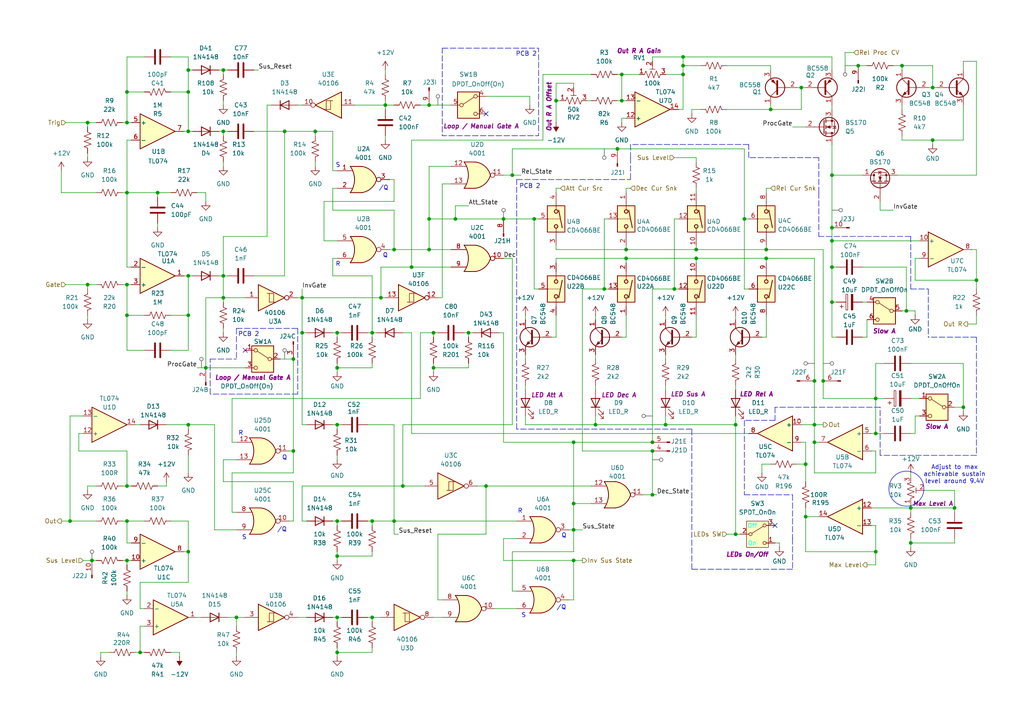
<source format=kicad_sch>
(kicad_sch (version 20250114) (generator "eeschema") (generator_version "9.0")
  (paper "A4")
  (title_block (company "DMH Instruments") (comment 1 "PCB for 15cm Kosmo format synthesizer module"))
  (rectangle (start 128.27 13.97) (end 156.21 39.37) (stroke (width 0) (type dash)))
  (circle (center 262.89 141.732) (radius 5.08))
  (text "/Q" (at 111.252 54.61 0) (effects (font (size 1.27 1.27))))
  (text "Q" (at 82.55 132.842 0) (effects (font (size 1.27 1.27))))
  (text "S" (at 151.892 178.562 0) (effects (font (size 1.27 1.27))))
  (text "/Q" (at 81.788 153.67 0) (effects (font (size 1.27 1.27))))
  (text "PCB 2" (at 72.136 97.028 0) (effects (font (size 1.27 1.27))))
  (text "S" (at 70.866 155.956 0) (effects (font (size 1.27 1.27))))
  (text "R" (at 69.85 125.73 0) (effects (font (size 1.27 1.27))))
  (text "R" (at 98.044 76.708 0) (effects (font (size 1.27 1.27))))
  (text "R" (at 150.876 148.336 0) (effects (font (size 1.27 1.27))))
  (text "Q" (at 163.576 155.448 0) (effects (font (size 1.27 1.27))))
  (text "PCB 2" (at 153.67 54.102 0) (effects (font (size 1.27 1.27))))
  (text "Adjust to max\nachievable sustain\nlevel around 9.4V" (at 276.86 137.668 0) (effects (font (size 1.27 1.27))))
  (text "Q" (at 111.76 74.168 0) (effects (font (size 1.27 1.27))))
  (text "S" (at 98.044 48.006 0) (effects (font (size 1.27 1.27))))
  (text "/Q" (at 162.814 176.276 0) (effects (font (size 1.27 1.27))))
  (text "PCB 2" (at 152.654 15.748 0) (effects (font (size 1.27 1.27))))
  (junction (at 64.77 86.36))
  (junction (at 54.61 26.67))
  (junction (at 97.79 106.68))
  (junction (at 261.62 19.05))
  (junction (at 233.68 149.86))
  (junction (at 97.79 96.52))
  (junction (at 64.77 38.1))
  (junction (at 97.79 179.07))
  (junction (at 189.23 130.81))
  (junction (at 146.05 63.5))
  (junction (at 236.22 110.49))
  (junction (at 119.38 77.47))
  (junction (at 248.92 19.05))
  (junction (at 25.4 82.55))
  (junction (at 40.64 189.23))
  (junction (at 140.97 140.97))
  (junction (at 68.58 179.07))
  (junction (at 279.4 118.11))
  (junction (at 241.3 77.47))
  (junction (at 36.83 91.44))
  (junction (at 193.04 123.19))
  (junction (at 107.95 179.07))
  (junction (at 64.77 20.32))
  (junction (at 25.4 35.56))
  (junction (at 125.73 96.52))
  (junction (at 111.76 30.48))
  (junction (at 213.36 123.19))
  (junction (at 270.51 25.4))
  (junction (at 85.09 104.14))
  (junction (at 201.93 72.39))
  (junction (at 175.26 83.82))
  (junction (at 36.83 35.56))
  (junction (at 87.63 96.52))
  (junction (at 264.16 147.32))
  (junction (at 166.37 146.05))
  (junction (at 236.22 128.27))
  (junction (at 59.69 106.68))
  (junction (at 97.79 151.13))
  (junction (at 270.51 40.64))
  (junction (at 107.95 151.13))
  (junction (at 241.3 50.8))
  (junction (at 166.37 153.67))
  (junction (at 232.41 25.4))
  (junction (at 85.09 130.81))
  (junction (at 181.61 72.39))
  (junction (at 254 160.02))
  (junction (at 91.44 38.1))
  (junction (at 54.61 80.01))
  (junction (at 180.34 29.21))
  (junction (at 36.83 151.13))
  (junction (at 222.25 74.93))
  (junction (at 87.63 86.36))
  (junction (at 172.72 123.19))
  (junction (at 116.84 140.97))
  (junction (at 26.67 162.56))
  (junction (at 180.34 21.59))
  (junction (at 36.83 26.67))
  (junction (at 236.22 123.19))
  (junction (at 195.58 83.82))
  (junction (at 213.36 154.94))
  (junction (at 254 125.73))
  (junction (at 276.86 147.32))
  (junction (at 54.61 91.44))
  (junction (at 241.3 66.04))
  (junction (at 233.68 134.62))
  (junction (at 198.12 21.59))
  (junction (at 166.37 162.56))
  (junction (at 54.61 20.32))
  (junction (at 110.49 86.36))
  (junction (at 198.12 16.51))
  (junction (at 198.12 19.05))
  (junction (at 97.79 123.19))
  (junction (at 241.3 87.63))
  (junction (at 114.3 151.13))
  (junction (at 125.73 106.68))
  (junction (at 154.94 63.5))
  (junction (at 20.32 151.13))
  (junction (at 132.08 63.5))
  (junction (at 254 115.57))
  (junction (at 189.23 143.51))
  (junction (at 215.9 63.5))
  (junction (at 166.37 128.27))
  (junction (at 161.29 29.21))
  (junction (at 36.83 140.97))
  (junction (at 179.07 43.18))
  (junction (at 264.16 157.48))
  (junction (at 54.61 38.1))
  (junction (at 283.21 81.28))
  (junction (at 262.89 90.17))
  (junction (at 222.25 72.39))
  (junction (at 181.61 74.93))
  (junction (at 114.3 72.39))
  (junction (at 45.72 55.88))
  (junction (at 135.89 96.52))
  (junction (at 54.61 123.19))
  (junction (at 97.79 161.29))
  (junction (at 64.77 80.01))
  (junction (at 124.46 72.39))
  (junction (at 107.95 96.52))
  (junction (at 82.55 38.1))
  (junction (at 36.83 162.56))
  (junction (at 124.46 30.48))
  (junction (at 223.52 31.75))
  (junction (at 36.83 55.88))
  (junction (at 124.46 63.5))
  (junction (at 148.59 50.8))
  (junction (at 189.23 128.27))
  (junction (at 238.76 110.49))
  (junction (at 241.3 69.85))
  (junction (at 201.93 74.93))
  (junction (at 54.61 160.02))
  (junction (at 97.79 189.23))
  (junction (at 36.83 82.55))
  (no_connect (at 140.97 33.02))
  (no_connect (at 71.12 101.6))
  (no_connect (at 224.79 152.4))
  (wire (pts (xy 64.77 95.25) (xy 64.77 96.52)))
  (wire (pts (xy 38.1 157.48) (xy 36.83 157.48)))
  (wire (pts (xy 41.91 176.53) (xy 40.64 176.53)))
  (wire (pts (xy 283.21 72.39) (xy 283.21 81.28)))
  (wire (pts (xy 198.12 21.59) (xy 198.12 31.75)))
  (wire (pts (xy 153.67 27.94) (xy 140.97 27.94)))
  (wire (pts (xy 233.68 134.62) (xy 233.68 139.7)))
  (wire (pts (xy 220.98 134.62) (xy 220.98 137.16)))
  (wire (pts (xy 64.77 21.59) (xy 64.77 20.32)))
  (wire (pts (xy 107.95 96.52) (xy 109.22 96.52)))
  (wire (pts (xy 181.61 74.93) (xy 181.61 76.2)))
  (wire (pts (xy 119.38 96.52) (xy 119.38 125.73)))
  (wire (pts (xy 85.09 139.7) (xy 85.09 151.13)))
  (wire (pts (xy 200.66 33.02) (xy 200.66 31.75)))
  (wire (pts (xy 283.21 81.28) (xy 283.21 83.82)))
  (wire (pts (xy 241.3 87.63) (xy 241.3 97.79)))
  (wire (pts (xy 222.25 55.88) (xy 222.25 54.61)))
  (wire (pts (xy 198.12 16.51) (xy 198.12 19.05)))
  (polyline (pts (xy 229.87 143.51) (xy 229.87 156.21)) (stroke (width 0) (type dash)))
  (wire (pts (xy 19.05 35.56) (xy 25.4 35.56)))
  (wire (pts (xy 198.12 16.51) (xy 241.3 16.51)))
  (wire (pts (xy 38.1 77.47) (xy 36.83 77.47)))
  (wire (pts (xy 229.87 36.83) (xy 233.68 36.83)))
  (wire (pts (xy 73.66 80.01) (xy 82.55 80.01)))
  (wire (pts (xy 49.53 189.23) (xy 52.07 189.23)))
  (wire (pts (xy 179.07 21.59) (xy 180.34 21.59)))
  (wire (pts (xy 54.61 80.01) (xy 55.88 80.01)))
  (wire (pts (xy 130.81 77.47) (xy 119.38 77.47)))
  (polyline (pts (xy 182.88 41.91) (xy 182.88 45.72)) (stroke (width 0) (type dash)))
  (wire (pts (xy 148.59 123.19) (xy 116.84 123.19)))
  (wire (pts (xy 17.78 151.13) (xy 20.32 151.13)))
  (wire (pts (xy 107.95 160.02) (xy 107.95 161.29)))
  (wire (pts (xy 97.79 189.23) (xy 97.79 190.5)))
  (wire (pts (xy 172.72 111.76) (xy 172.72 113.03)))
  (wire (pts (xy 36.83 26.67) (xy 41.91 26.67)))
  (wire (pts (xy 226.06 157.48) (xy 226.06 158.75)))
  (wire (pts (xy 156.21 83.82) (xy 154.94 83.82)))
  (wire (pts (xy 36.83 82.55) (xy 38.1 82.55)))
  (wire (pts (xy 161.29 72.39) (xy 161.29 71.12)))
  (polyline (pts (xy 264.16 68.58) (xy 264.16 83.82)) (stroke (width 0) (type dash)))
  (polyline (pts (xy 264.16 68.58) (xy 237.49 68.58)) (stroke (width 0) (type dash)))
  (wire (pts (xy 140.97 154.94) (xy 127 154.94)))
  (wire (pts (xy 45.72 64.77) (xy 45.72 66.04)))
  (wire (pts (xy 161.29 91.44) (xy 161.29 97.79)))
  (wire (pts (xy 201.93 97.79) (xy 200.66 97.79)))
  (wire (pts (xy 281.94 72.39) (xy 283.21 72.39)))
  (wire (pts (xy 19.05 82.55) (xy 25.4 82.55)))
  (wire (pts (xy 181.61 54.61) (xy 181.61 55.88)))
  (polyline (pts (xy 200.66 124.46) (xy 149.86 124.46)) (stroke (width 0) (type dash)))
  (wire (pts (xy 265.43 125.73) (xy 264.16 125.73)))
  (wire (pts (xy 254 125.73) (xy 256.54 125.73)))
  (wire (pts (xy 241.3 31.75) (xy 241.3 30.48)))
  (wire (pts (xy 254 137.16) (xy 236.22 137.16)))
  (wire (pts (xy 215.9 63.5) (xy 215.9 83.82)))
  (wire (pts (xy 132.08 59.69) (xy 132.08 63.5)))
  (wire (pts (xy 96.52 74.93) (xy 96.52 80.01)))
  (wire (pts (xy 64.77 86.36) (xy 71.12 86.36)))
  (wire (pts (xy 195.58 63.5) (xy 196.85 63.5)))
  (wire (pts (xy 24.13 162.56) (xy 26.67 162.56)))
  (wire (pts (xy 40.64 176.53) (xy 40.64 168.91)))
  (wire (pts (xy 193.04 123.19) (xy 213.36 123.19)))
  (wire (pts (xy 97.79 160.02) (xy 97.79 161.29)))
  (wire (pts (xy 279.4 40.64) (xy 270.51 40.64)))
  (wire (pts (xy 193.04 102.87) (xy 193.04 104.14)))
  (polyline (pts (xy 224.79 121.92) (xy 215.9 121.92)) (stroke (width 0) (type dash)))
  (wire (pts (xy 87.63 83.82) (xy 87.63 86.36)))
  (wire (pts (xy 223.52 134.62) (xy 220.98 134.62)))
  (wire (pts (xy 41.91 101.6) (xy 36.83 101.6)))
  (wire (pts (xy 161.29 97.79) (xy 160.02 97.79)))
  (wire (pts (xy 97.79 179.07) (xy 97.79 180.34)))
  (wire (pts (xy 35.56 140.97) (xy 36.83 140.97)))
  (wire (pts (xy 195.58 83.82) (xy 195.58 63.5)))
  (wire (pts (xy 49.53 16.51) (xy 54.61 16.51)))
  (wire (pts (xy 181.61 72.39) (xy 201.93 72.39)))
  (wire (pts (xy 152.4 123.19) (xy 152.4 120.65)))
  (wire (pts (xy 107.95 161.29) (xy 97.79 161.29)))
  (wire (pts (xy 40.64 181.61) (xy 41.91 181.61)))
  (wire (pts (xy 146.05 74.93) (xy 148.59 74.93)))
  (wire (pts (xy 181.61 91.44) (xy 181.61 97.79)))
  (wire (pts (xy 49.53 101.6) (xy 54.61 101.6)))
  (wire (pts (xy 96.52 151.13) (xy 97.79 151.13)))
  (wire (pts (xy 48.26 140.97) (xy 45.72 140.97)))
  (wire (pts (xy 222.25 97.79) (xy 220.98 97.79)))
  (wire (pts (xy 270.51 19.05) (xy 270.51 25.4)))
  (wire (pts (xy 36.83 55.88) (xy 36.83 77.47)))
  (wire (pts (xy 213.36 111.76) (xy 213.36 113.03)))
  (wire (pts (xy 185.42 21.59) (xy 180.34 21.59)))
  (wire (pts (xy 102.87 30.48) (xy 111.76 30.48)))
  (wire (pts (xy 116.84 123.19) (xy 116.84 140.97)))
  (wire (pts (xy 152.4 91.44) (xy 152.4 92.71)))
  (wire (pts (xy 25.4 82.55) (xy 25.4 83.82)))
  (wire (pts (xy 59.69 55.88) (xy 59.69 58.42)))
  (wire (pts (xy 279.4 105.41) (xy 279.4 118.11)))
  (wire (pts (xy 261.62 19.05) (xy 270.51 19.05)))
  (wire (pts (xy 68.58 189.23) (xy 68.58 190.5)))
  (wire (pts (xy 96.52 60.96) (xy 114.3 60.96)))
  (wire (pts (xy 85.09 137.16) (xy 67.31 137.16)))
  (wire (pts (xy 267.97 142.24) (xy 276.86 142.24)))
  (wire (pts (xy 82.55 38.1) (xy 91.44 38.1)))
  (wire (pts (xy 189.23 143.51) (xy 190.5 143.51)))
  (wire (pts (xy 110.49 86.36) (xy 87.63 86.36)))
  (wire (pts (xy 49.53 26.67) (xy 54.61 26.67)))
  (wire (pts (xy 222.25 72.39) (xy 238.76 72.39)))
  (wire (pts (xy 154.94 63.5) (xy 156.21 63.5)))
  (wire (pts (xy 87.63 140.97) (xy 116.84 140.97)))
  (wire (pts (xy 27.94 55.88) (xy 17.78 55.88)))
  (wire (pts (xy 35.56 35.56) (xy 36.83 35.56)))
  (wire (pts (xy 66.04 179.07) (xy 68.58 179.07)))
  (wire (pts (xy 48.26 139.7) (xy 48.26 140.97)))
  (wire (pts (xy 64.77 20.32) (xy 63.5 20.32)))
  (wire (pts (xy 114.3 154.94) (xy 114.3 151.13)))
  (wire (pts (xy 236.22 123.19) (xy 236.22 128.27)))
  (wire (pts (xy 97.79 179.07) (xy 99.06 179.07)))
  (wire (pts (xy 114.3 52.07) (xy 114.3 58.42)))
  (wire (pts (xy 40.64 189.23) (xy 41.91 189.23)))
  (wire (pts (xy 262.89 77.47) (xy 262.89 90.17)))
  (wire (pts (xy 152.4 102.87) (xy 152.4 104.14)))
  (wire (pts (xy 135.89 59.69) (xy 132.08 59.69)))
  (wire (pts (xy 151.13 50.8) (xy 148.59 50.8)))
  (wire (pts (xy 255.27 58.42) (xy 255.27 60.96)))
  (wire (pts (xy 54.61 91.44) (xy 54.61 101.6)))
  (wire (pts (xy 58.42 179.07) (xy 57.15 179.07)))
  (polyline (pts (xy 255.27 132.08) (xy 255.27 118.11)) (stroke (width 0) (type dash)))
  (wire (pts (xy 161.29 54.61) (xy 162.56 54.61)))
  (wire (pts (xy 233.68 149.86) (xy 233.68 160.02)))
  (wire (pts (xy 233.68 128.27) (xy 233.68 134.62)))
  (wire (pts (xy 124.46 30.48) (xy 130.81 30.48)))
  (wire (pts (xy 36.83 91.44) (xy 36.83 101.6)))
  (wire (pts (xy 36.83 35.56) (xy 38.1 35.56)))
  (wire (pts (xy 114.3 60.96) (xy 114.3 72.39)))
  (wire (pts (xy 152.4 111.76) (xy 152.4 113.03)))
  (wire (pts (xy 54.61 123.19) (xy 62.23 123.19)))
  (wire (pts (xy 222.25 72.39) (xy 222.25 71.12)))
  (wire (pts (xy 172.72 91.44) (xy 172.72 92.71)))
  (polyline (pts (xy 182.88 45.72) (xy 182.88 52.07)) (stroke (width 0) (type dash)))
  (wire (pts (xy 264.16 157.48) (xy 264.16 158.75)))
  (wire (pts (xy 88.9 123.19) (xy 87.63 123.19)))
  (wire (pts (xy 127 173.99) (xy 128.27 173.99)))
  (wire (pts (xy 179.07 29.21) (xy 180.34 29.21)))
  (polyline (pts (xy 149.86 52.07) (xy 182.88 52.07)) (stroke (width 0) (type dash)))
  (wire (pts (xy 198.12 19.05) (xy 203.2 19.05)))
  (wire (pts (xy 238.76 110.49) (xy 238.76 115.57)))
  (wire (pts (xy 36.83 171.45) (xy 36.83 172.72)))
  (polyline (pts (xy 215.9 143.51) (xy 229.87 143.51)) (stroke (width 0) (type dash)))
  (polyline (pts (xy 283.21 97.79) (xy 269.24 97.79)) (stroke (width 0) (type dash)))
  (wire (pts (xy 217.17 83.82) (xy 215.9 83.82)))
  (wire (pts (xy 125.73 105.41) (xy 125.73 106.68)))
  (wire (pts (xy 261.62 40.64) (xy 270.51 40.64)))
  (wire (pts (xy 283.21 17.78) (xy 283.21 50.8)))
  (wire (pts (xy 125.73 106.68) (xy 135.89 106.68)))
  (wire (pts (xy 107.95 179.07) (xy 107.95 180.34)))
  (wire (pts (xy 20.32 120.65) (xy 20.32 151.13)))
  (wire (pts (xy 279.4 17.78) (xy 283.21 17.78)))
  (wire (pts (xy 166.37 128.27) (xy 189.23 128.27)))
  (wire (pts (xy 201.93 45.72) (xy 201.93 46.99)))
  (wire (pts (xy 135.89 105.41) (xy 135.89 106.68)))
  (wire (pts (xy 222.25 91.44) (xy 222.25 97.79)))
  (wire (pts (xy 166.37 160.02) (xy 166.37 153.67)))
  (wire (pts (xy 107.95 97.79) (xy 107.95 96.52)))
  (wire (pts (xy 64.77 80.01) (xy 66.04 80.01)))
  (wire (pts (xy 146.05 162.56) (xy 166.37 162.56)))
  (wire (pts (xy 269.24 25.4) (xy 270.51 25.4)))
  (wire (pts (xy 125.73 96.52) (xy 127 96.52)))
  (wire (pts (xy 113.03 72.39) (xy 114.3 72.39)))
  (wire (pts (xy 97.79 123.19) (xy 99.06 123.19)))
  (wire (pts (xy 266.7 74.93) (xy 265.43 74.93)))
  (wire (pts (xy 193.04 111.76) (xy 193.04 113.03)))
  (polyline (pts (xy 255.27 118.11) (xy 224.79 118.11)) (stroke (width 0) (type dash)))
  (wire (pts (xy 254 130.81) (xy 254 137.16)))
  (wire (pts (xy 119.38 77.47) (xy 110.49 77.47)))
  (wire (pts (xy 264.16 157.48) (xy 276.86 157.48)))
  (wire (pts (xy 186.69 143.51) (xy 189.23 143.51)))
  (wire (pts (xy 36.83 55.88) (xy 45.72 55.88)))
  (wire (pts (xy 252.73 147.32) (xy 264.16 147.32)))
  (wire (pts (xy 264.16 156.21) (xy 264.16 157.48)))
  (wire (pts (xy 25.4 140.97) (xy 27.94 140.97)))
  (wire (pts (xy 213.36 154.94) (xy 214.63 154.94)))
  (wire (pts (xy 264.16 137.16) (xy 264.16 138.43)))
  (wire (pts (xy 97.79 151.13) (xy 99.06 151.13)))
  (wire (pts (xy 181.61 71.12) (xy 181.61 72.39)))
  (wire (pts (xy 36.83 157.48) (xy 36.83 151.13)))
  (wire (pts (xy 93.98 69.85) (xy 97.79 69.85)))
  (wire (pts (xy 29.21 189.23) (xy 31.75 189.23)))
  (polyline (pts (xy 68.58 95.25) (xy 86.36 95.25)) (stroke (width 0) (type dash)))
  (wire (pts (xy 222.25 74.93) (xy 236.22 74.93)))
  (wire (pts (xy 54.61 151.13) (xy 54.61 160.02)))
  (wire (pts (xy 97.79 105.41) (xy 97.79 106.68)))
  (wire (pts (xy 241.3 41.91) (xy 241.3 50.8)))
  (polyline (pts (xy 269.24 83.82) (xy 269.24 97.79)) (stroke (width 0) (type dash)))
  (wire (pts (xy 260.35 50.8) (xy 283.21 50.8)))
  (wire (pts (xy 146.05 156.21) (xy 146.05 162.56)))
  (wire (pts (xy 25.4 35.56) (xy 27.94 35.56)))
  (wire (pts (xy 181.61 34.29) (xy 180.34 34.29)))
  (wire (pts (xy 63.5 38.1) (xy 64.77 38.1)))
  (wire (pts (xy 224.79 157.48) (xy 226.06 157.48)))
  (wire (pts (xy 121.92 96.52) (xy 121.92 115.57)))
  (wire (pts (xy 87.63 96.52) (xy 87.63 123.19)))
  (wire (pts (xy 255.27 60.96) (xy 259.08 60.96)))
  (wire (pts (xy 86.36 30.48) (xy 87.63 30.48)))
  (wire (pts (xy 210.82 154.94) (xy 213.36 154.94)))
  (wire (pts (xy 64.77 38.1) (xy 66.04 38.1)))
  (wire (pts (xy 127 154.94) (xy 127 173.99)))
  (wire (pts (xy 87.63 151.13) (xy 88.9 151.13)))
  (wire (pts (xy 241.3 50.8) (xy 250.19 50.8)))
  (wire (pts (xy 232.41 123.19) (xy 236.22 123.19)))
  (wire (pts (xy 68.58 128.27) (xy 67.31 128.27)))
  (wire (pts (xy 97.79 96.52) (xy 99.06 96.52)))
  (wire (pts (xy 140.97 140.97) (xy 140.97 154.94)))
  (wire (pts (xy 232.41 25.4) (xy 232.41 31.75)))
  (wire (pts (xy 270.51 40.64) (xy 270.51 41.91)))
  (wire (pts (xy 201.93 74.93) (xy 201.93 76.2)))
  (wire (pts (xy 86.36 179.07) (xy 88.9 179.07)))
  (polyline (pts (xy 229.87 156.21) (xy 229.87 165.1)) (stroke (width 0) (type dash)))
  (wire (pts (xy 68.58 133.35) (xy 64.77 133.35)))
  (wire (pts (xy 41.91 16.51) (xy 36.83 16.51)))
  (wire (pts (xy 261.62 39.37) (xy 261.62 40.64)))
  (wire (pts (xy 39.37 189.23) (xy 40.64 189.23)))
  (wire (pts (xy 146.05 50.8) (xy 148.59 50.8)))
  (wire (pts (xy 153.67 30.48) (xy 153.67 27.94)))
  (wire (pts (xy 146.05 96.52) (xy 146.05 128.27)))
  (wire (pts (xy 57.15 55.88) (xy 59.69 55.88)))
  (wire (pts (xy 215.9 63.5) (xy 217.17 63.5)))
  (wire (pts (xy 144.78 96.52) (xy 146.05 96.52)))
  (wire (pts (xy 193.04 91.44) (xy 193.04 92.71)))
  (wire (pts (xy 124.46 72.39) (xy 130.81 72.39)))
  (wire (pts (xy 189.23 83.82) (xy 195.58 83.82)))
  (wire (pts (xy 140.97 140.97) (xy 171.45 140.97)))
  (wire (pts (xy 241.3 77.47) (xy 241.3 87.63)))
  (polyline (pts (xy 200.66 165.1) (xy 200.66 124.46)) (stroke (width 0) (type dash)))
  (wire (pts (xy 231.14 25.4) (xy 232.41 25.4)))
  (wire (pts (xy 111.76 39.37) (xy 111.76 40.64)))
  (wire (pts (xy 96.52 179.07) (xy 97.79 179.07)))
  (polyline (pts (xy 237.49 45.72) (xy 217.17 45.72)) (stroke (width 0) (type dash)))
  (wire (pts (xy 54.61 168.91) (xy 54.61 160.02)))
  (wire (pts (xy 148.59 171.45) (xy 149.86 171.45)))
  (wire (pts (xy 125.73 106.68) (xy 125.73 107.95)))
  (wire (pts (xy 242.57 97.79) (xy 241.3 97.79)))
  (polyline (pts (xy 60.96 114.3) (xy 60.96 104.14)) (stroke (width 0) (type dash)))
  (wire (pts (xy 20.32 151.13) (xy 27.94 151.13)))
  (wire (pts (xy 83.82 130.81) (xy 85.09 130.81)))
  (wire (pts (xy 248.92 19.05) (xy 251.46 19.05)))
  (wire (pts (xy 143.51 176.53) (xy 149.86 176.53)))
  (wire (pts (xy 119.38 40.64) (xy 119.38 77.47)))
  (wire (pts (xy 215.9 43.18) (xy 215.9 63.5)))
  (wire (pts (xy 237.49 128.27) (xy 236.22 128.27)))
  (wire (pts (xy 121.92 30.48) (xy 124.46 30.48)))
  (wire (pts (xy 161.29 24.13) (xy 161.29 29.21)))
  (wire (pts (xy 111.76 30.48) (xy 111.76 31.75)))
  (wire (pts (xy 87.63 140.97) (xy 87.63 151.13)))
  (polyline (pts (xy 217.17 45.72) (xy 217.17 41.91)) (stroke (width 0) (type dash)))
  (wire (pts (xy 114.3 151.13) (xy 149.86 151.13)))
  (wire (pts (xy 54.61 26.67) (xy 54.61 38.1)))
  (wire (pts (xy 166.37 162.56) (xy 168.91 162.56)))
  (wire (pts (xy 222.25 54.61) (xy 223.52 54.61)))
  (wire (pts (xy 250.19 97.79) (xy 251.46 97.79)))
  (wire (pts (xy 168.91 130.81) (xy 168.91 83.82)))
  (wire (pts (xy 222.25 74.93) (xy 222.25 76.2)))
  (wire (pts (xy 148.59 43.18) (xy 148.59 50.8)))
  (wire (pts (xy 261.62 19.05) (xy 261.62 20.32)))
  (wire (pts (xy 166.37 146.05) (xy 171.45 146.05)))
  (wire (pts (xy 201.93 91.44) (xy 201.93 97.79)))
  (wire (pts (xy 148.59 43.18) (xy 179.07 43.18)))
  (wire (pts (xy 179.07 43.18) (xy 215.9 43.18)))
  (polyline (pts (xy 264.16 83.82) (xy 269.24 83.82)) (stroke (width 0) (type dash)))
  (wire (pts (xy 62.23 123.19) (xy 62.23 153.67)))
  (wire (pts (xy 64.77 139.7) (xy 85.09 139.7)))
  (wire (pts (xy 107.95 151.13) (xy 114.3 151.13)))
  (wire (pts (xy 238.76 72.39) (xy 238.76 110.49)))
  (wire (pts (xy 114.3 154.94) (xy 115.57 154.94)))
  (wire (pts (xy 36.83 16.51) (xy 36.83 26.67)))
  (wire (pts (xy 210.82 31.75) (xy 223.52 31.75)))
  (wire (pts (xy 261.62 30.48) (xy 261.62 31.75)))
  (polyline (pts (xy 60.96 104.14) (xy 68.58 104.14)) (stroke (width 0) (type dash)))
  (wire (pts (xy 54.61 38.1) (xy 53.34 38.1)))
  (wire (pts (xy 107.95 80.01) (xy 107.95 96.52)))
  (wire (pts (xy 162.56 29.21) (xy 161.29 29.21)))
  (wire (pts (xy 264.16 105.41) (xy 279.4 105.41)))
  (wire (pts (xy 241.3 69.85) (xy 241.3 77.47)))
  (wire (pts (xy 87.63 86.36) (xy 87.63 96.52)))
  (wire (pts (xy 181.61 74.93) (xy 201.93 74.93)))
  (wire (pts (xy 181.61 97.79) (xy 180.34 97.79)))
  (wire (pts (xy 36.83 91.44) (xy 36.83 82.55)))
  (wire (pts (xy 148.59 74.93) (xy 148.59 123.19)))
  (wire (pts (xy 161.29 74.93) (xy 181.61 74.93)))
  (polyline (pts (xy 215.9 121.92) (xy 215.9 143.51)) (stroke (width 0) (type dash)))
  (wire (pts (xy 213.36 91.44) (xy 213.36 92.71)))
  (wire (pts (xy 130.81 53.34) (xy 128.27 53.34)))
  (polyline (pts (xy 229.87 165.1) (xy 200.66 165.1)) (stroke (width 0) (type dash)))
  (wire (pts (xy 82.55 38.1) (xy 82.55 80.01)))
  (wire (pts (xy 96.52 80.01) (xy 107.95 80.01)))
  (polyline (pts (xy 149.86 124.46) (xy 149.86 52.07)) (stroke (width 0) (type dash)))
  (wire (pts (xy 251.46 163.83) (xy 254 163.83)))
  (wire (pts (xy 97.79 106.68) (xy 107.95 106.68)))
  (wire (pts (xy 106.68 179.07) (xy 107.95 179.07)))
  (wire (pts (xy 113.03 52.07) (xy 114.3 52.07)))
  (wire (pts (xy 52.07 190.5) (xy 52.07 189.23)))
  (wire (pts (xy 170.18 29.21) (xy 171.45 29.21)))
  (wire (pts (xy 64.77 20.32) (xy 66.04 20.32)))
  (wire (pts (xy 165.1 153.67) (xy 166.37 153.67)))
  (wire (pts (xy 236.22 110.49) (xy 236.22 123.19)))
  (wire (pts (xy 233.68 149.86) (xy 237.49 149.86)))
  (wire (pts (xy 165.1 173.99) (xy 166.37 173.99)))
  (wire (pts (xy 25.4 44.45) (xy 25.4 45.72)))
  (wire (pts (xy 152.4 123.19) (xy 172.72 123.19)))
  (wire (pts (xy 241.3 50.8) (xy 241.3 66.04)))
  (wire (pts (xy 125.73 179.07) (xy 128.27 179.07)))
  (polyline (pts (xy 237.49 55.88) (xy 237.49 68.58)) (stroke (width 0) (type dash)))
  (polyline (pts (xy 86.36 114.3) (xy 60.96 114.3)) (stroke (width 0) (type dash)))
  (wire (pts (xy 148.59 160.02) (xy 148.59 171.45)))
  (wire (pts (xy 110.49 77.47) (xy 110.49 86.36)))
  (wire (pts (xy 54.61 160.02) (xy 53.34 160.02)))
  (wire (pts (xy 71.12 106.68) (xy 59.69 106.68)))
  (wire (pts (xy 57.15 106.68) (xy 59.69 106.68)))
  (wire (pts (xy 64.77 68.58) (xy 64.77 80.01)))
  (wire (pts (xy 67.31 137.16) (xy 67.31 148.59)))
  (wire (pts (xy 39.37 123.19) (xy 40.64 123.19)))
  (wire (pts (xy 22.86 130.81) (xy 22.86 125.73)))
  (wire (pts (xy 119.38 96.52) (xy 116.84 96.52)))
  (wire (pts (xy 154.94 63.5) (xy 154.94 83.82)))
  (wire (pts (xy 36.83 26.67) (xy 36.83 35.56)))
  (wire (pts (xy 35.56 55.88) (xy 36.83 55.88)))
  (wire (pts (xy 67.31 115.57) (xy 121.92 115.57)))
  (wire (pts (xy 54.61 16.51) (xy 54.61 20.32)))
  (wire (pts (xy 196.85 31.75) (xy 198.12 31.75)))
  (wire (pts (xy 247.65 15.24) (xy 245.11 15.24)))
  (wire (pts (xy 78.74 30.48) (xy 77.47 30.48)))
  (wire (pts (xy 166.37 160.02) (xy 148.59 160.02)))
  (wire (pts (xy 265.43 120.65) (xy 265.43 125.73)))
  (wire (pts (xy 265.43 90.17) (xy 265.43 91.44)))
  (wire (pts (xy 201.93 54.61) (xy 201.93 55.88)))
  (wire (pts (xy 241.3 87.63) (xy 242.57 87.63)))
  (wire (pts (xy 193.04 120.65) (xy 193.04 123.19)))
  (wire (pts (xy 251.46 97.79) (xy 251.46 92.71)))
  (wire (pts (xy 130.81 48.26) (xy 124.46 48.26)))
  (polyline (pts (xy 229.87 156.21) (xy 229.87 156.21)) (stroke (width 0) (type dash)))
  (wire (pts (xy 250.19 77.47) (xy 262.89 77.47)))
  (wire (pts (xy 85.09 104.14) (xy 85.09 130.81)))
  (wire (pts (xy 157.48 21.59) (xy 171.45 21.59)))
  (wire (pts (xy 254 105.41) (xy 254 115.57)))
  (wire (pts (xy 276.86 118.11) (xy 279.4 118.11)))
  (wire (pts (xy 270.51 25.4) (xy 271.78 25.4)))
  (wire (pts (xy 59.69 86.36) (xy 59.69 106.68)))
  (wire (pts (xy 182.88 54.61) (xy 181.61 54.61)))
  (wire (pts (xy 161.29 54.61) (xy 161.29 55.88)))
  (wire (pts (xy 241.3 77.47) (xy 242.57 77.47)))
  (wire (pts (xy 64.77 86.36) (xy 64.77 87.63)))
  (wire (pts (xy 54.61 123.19) (xy 54.61 124.46)))
  (wire (pts (xy 110.49 86.36) (xy 111.76 86.36)))
  (wire (pts (xy 107.95 151.13) (xy 107.95 152.4)))
  (wire (pts (xy 213.36 102.87) (xy 213.36 104.14)))
  (wire (pts (xy 86.36 86.36) (xy 87.63 86.36)))
  (wire (pts (xy 36.83 130.81) (xy 36.83 140.97)))
  (wire (pts (xy 67.31 148.59) (xy 68.58 148.59)))
  (wire (pts (xy 29.21 189.23) (xy 29.21 190.5)))
  (wire (pts (xy 111.76 30.48) (xy 114.3 30.48)))
  (wire (pts (xy 67.31 128.27) (xy 67.31 115.57)))
  (wire (pts (xy 97.79 54.61) (xy 96.52 54.61)))
  (wire (pts (xy 20.32 120.65) (xy 24.13 120.65)))
  (wire (pts (xy 35.56 162.56) (xy 36.83 162.56)))
  (wire (pts (xy 111.76 29.21) (xy 111.76 30.48)))
  (polyline (pts (xy 283.21 132.08) (xy 255.27 132.08)) (stroke (width 0) (type dash)))
  (wire (pts (xy 54.61 20.32) (xy 55.88 20.32)))
  (wire (pts (xy 231.14 134.62) (xy 233.68 134.62)))
  (wire (pts (xy 119.38 40.64) (xy 157.48 40.64)))
  (wire (pts (xy 97.79 151.13) (xy 97.79 152.4)))
  (wire (pts (xy 262.89 90.17) (xy 265.43 90.17)))
  (wire (pts (xy 223.52 31.75) (xy 232.41 31.75)))
  (wire (pts (xy 172.72 102.87) (xy 172.72 104.14)))
  (wire (pts (xy 96.52 49.53) (xy 96.52 38.1)))
  (wire (pts (xy 91.44 38.1) (xy 96.52 38.1)))
  (wire (pts (xy 200.66 31.75) (xy 203.2 31.75)))
  (wire (pts (xy 124.46 63.5) (xy 132.08 63.5)))
  (wire (pts (xy 223.52 31.75) (xy 223.52 30.48)))
  (wire (pts (xy 73.66 38.1) (xy 82.55 38.1)))
  (wire (pts (xy 97.79 74.93) (xy 96.52 74.93)))
  (wire (pts (xy 166.37 25.4) (xy 166.37 24.13)))
  (wire (pts (xy 64.77 68.58) (xy 77.47 68.58)))
  (wire (pts (xy 85.09 130.81) (xy 85.09 137.16)))
  (wire (pts (xy 49.53 151.13) (xy 54.61 151.13)))
  (wire (pts (xy 62.23 153.67) (xy 68.58 153.67)))
  (wire (pts (xy 36.83 162.56) (xy 38.1 162.56)))
  (wire (pts (xy 97.79 124.46) (xy 97.79 123.19)))
  (wire (pts (xy 85.09 151.13) (xy 83.82 151.13)))
  (wire (pts (xy 175.26 83.82) (xy 175.26 63.5)))
  (wire (pts (xy 124.46 63.5) (xy 124.46 72.39)))
  (wire (pts (xy 201.93 71.12) (xy 201.93 72.39)))
  (wire (pts (xy 265.43 74.93) (xy 265.43 81.28)))
  (wire (pts (xy 279.4 30.48) (xy 279.4 40.64)))
  (wire (pts (xy 35.56 82.55) (xy 36.83 82.55)))
  (wire (pts (xy 264.16 115.57) (xy 266.7 115.57)))
  (wire (pts (xy 157.48 40.64) (xy 157.48 21.59)))
  (wire (pts (xy 64.77 46.99) (xy 64.77 48.26)))
  (wire (pts (xy 233.68 128.27) (xy 232.41 128.27)))
  (wire (pts (xy 276.86 147.32) (xy 264.16 147.32)))
  (wire (pts (xy 236.22 74.93) (xy 236.22 110.49)))
  (wire (pts (xy 146.05 128.27) (xy 166.37 128.27)))
  (polyline (pts (xy 68.58 95.25) (xy 68.58 104.14)) (stroke (width 0) (type dash)))
  (wire (pts (xy 201.93 74.93) (xy 222.25 74.93)))
  (wire (pts (xy 283.21 93.98) (xy 280.67 93.98)))
  (wire (pts (xy 166.37 24.13) (xy 161.29 24.13)))
  (wire (pts (xy 25.4 91.44) (xy 25.4 92.71)))
  (wire (pts (xy 45.72 57.15) (xy 45.72 55.88)))
  (wire (pts (xy 201.93 72.39) (xy 222.25 72.39)))
  (wire (pts (xy 40.64 181.61) (xy 40.64 189.23)))
  (wire (pts (xy 41.91 91.44) (xy 36.83 91.44)))
  (wire (pts (xy 107.95 96.52) (xy 106.68 96.52)))
  (wire (pts (xy 106.68 151.13) (xy 107.95 151.13)))
  (wire (pts (xy 107.95 189.23) (xy 97.79 189.23)))
  (wire (pts (xy 22.86 125.73) (xy 24.13 125.73)))
  (wire (pts (xy 266.7 120.65) (xy 265.43 120.65)))
  (wire (pts (xy 93.98 58.42) (xy 93.98 69.85)))
  (wire (pts (xy 254 130.81) (xy 252.73 130.81)))
  (wire (pts (xy 135.89 96.52) (xy 135.89 97.79)))
  (wire (pts (xy 138.43 140.97) (xy 140.97 140.97)))
  (wire (pts (xy 91.44 39.37) (xy 91.44 38.1)))
  (wire (pts (xy 189.23 143.51) (xy 189.23 130.81)))
  (wire (pts (xy 261.62 90.17) (xy 262.89 90.17)))
  (wire (pts (xy 25.4 82.55) (xy 27.94 82.55)))
  (wire (pts (xy 254 125.73) (xy 252.73 125.73)))
  (wire (pts (xy 49.53 91.44) (xy 54.61 91.44)))
  (polyline (pts (xy 224.79 118.11) (xy 224.79 121.92)) (stroke (width 0) (type dash)))
  (wire (pts (xy 189.23 130.81) (xy 168.91 130.81)))
  (wire (pts (xy 125.73 96.52) (xy 125.73 97.79)))
  (wire (pts (xy 180.34 21.59) (xy 180.34 29.21)))
  (wire (pts (xy 36.83 55.88) (xy 36.83 40.64)))
  (wire (pts (xy 189.23 17.78) (xy 189.23 16.51)))
  (wire (pts (xy 236.22 128.27) (xy 236.22 137.16)))
  (wire (pts (xy 172.72 123.19) (xy 193.04 123.19)))
  (wire (pts (xy 97.79 49.53) (xy 96.52 49.53)))
  (wire (pts (xy 107.95 105.41) (xy 107.95 106.68)))
  (wire (pts (xy 48.26 123.19) (xy 54.61 123.19)))
  (wire (pts (xy 107.95 187.96) (xy 107.95 189.23)))
  (wire (pts (xy 198.12 19.05) (xy 198.12 21.59)))
  (polyline (pts (xy 86.36 95.25) (xy 86.36 114.3)) (stroke (width 0) (type dash)))
  (wire (pts (xy 97.79 162.56) (xy 97.79 161.29)))
  (wire (pts (xy 36.83 130.81) (xy 22.86 130.81)))
  (wire (pts (xy 161.29 76.2) (xy 161.29 74.93)))
  (wire (pts (xy 166.37 162.56) (xy 166.37 173.99)))
  (wire (pts (xy 64.77 29.21) (xy 64.77 30.48)))
  (wire (pts (xy 217.17 125.73) (xy 119.38 125.73)))
  (wire (pts (xy 254 160.02) (xy 254 163.83)))
  (wire (pts (xy 96.52 96.52) (xy 97.79 96.52)))
  (wire (pts (xy 40.64 168.91) (xy 54.61 168.91)))
  (wire (pts (xy 25.4 142.24) (xy 25.4 140.97)))
  (wire (pts (xy 36.83 162.56) (xy 36.83 163.83)))
  (wire (pts (xy 36.83 140.97) (xy 38.1 140.97)))
  (wire (pts (xy 238.76 123.19) (xy 236.22 123.19)))
  (wire (pts (xy 97.79 106.68) (xy 97.79 107.95)))
  (wire (pts (xy 114.3 72.39) (xy 124.46 72.39)))
  (wire (pts (xy 241.3 20.32) (xy 241.3 16.51)))
  (wire (pts (xy 97.79 187.96) (xy 97.79 189.23)))
  (wire (pts (xy 161.29 29.21) (xy 161.29 35.56)))
  (wire (pts (xy 73.66 20.32) (xy 74.93 20.32)))
  (polyline (pts (xy 217.17 41.91) (xy 182.88 41.91)) (stroke (width 0) (type dash)))
  (wire (pts (xy 252.73 152.4) (xy 254 152.4)))
  (wire (pts (xy 64.77 133.35) (xy 64.77 139.7)))
  (wire (pts (xy 254 105.41) (xy 256.54 105.41)))
  (wire (pts (xy 254 152.4) (xy 254 160.02)))
  (wire (pts (xy 259.08 19.05) (xy 261.62 19.05)))
  (wire (pts (xy 210.82 19.05) (xy 223.52 19.05)))
  (wire (pts (xy 106.68 123.19) (xy 114.3 123.19)))
  (wire (pts (xy 168.91 83.82) (xy 175.26 83.82)))
  (wire (pts (xy 189.23 83.82) (xy 189.23 128.27)))
  (wire (pts (xy 279.4 118.11) (xy 279.4 119.38)))
  (wire (pts (xy 245.11 15.24) (xy 245.11 19.05)))
  (wire (pts (xy 54.61 80.01) (xy 53.34 80.01)))
  (wire (pts (xy 36.83 40.64) (xy 38.1 40.64)))
  (wire (pts (xy 223.52 19.05) (xy 223.52 20.32)))
  (wire (pts (xy 213.36 123.19) (xy 213.36 154.94)))
  (wire (pts (xy 175.26 63.5) (xy 176.53 63.5)))
  (wire (pts (xy 64.77 38.1) (xy 64.77 39.37)))
  (wire (pts (xy 97.79 96.52) (xy 97.79 97.79)))
  (wire (pts (xy 146.05 156.21) (xy 149.86 156.21)))
  (wire (pts (xy 232.41 25.4) (xy 233.68 25.4)))
  (wire (pts (xy 233.68 147.32) (xy 233.68 149.86)))
  (wire (pts (xy 241.3 69.85) (xy 266.7 69.85)))
  (wire (pts (xy 110.49 179.07) (xy 107.95 179.07)))
  (wire (pts (xy 124.46 48.26) (xy 124.46 63.5)))
  (wire (pts (xy 193.04 21.59) (xy 198.12 21.59)))
  (wire (pts (xy 116.84 140.97) (xy 123.19 140.97)))
  (wire (pts (xy 25.4 35.56) (xy 25.4 36.83)))
  (wire (pts (xy 121.92 96.52) (xy 125.73 96.52)))
  (wire (pts (xy 64.77 80.01) (xy 64.77 86.36)))
  (wire (pts (xy 54.61 38.1) (xy 55.88 38.1)))
  (wire (pts (xy 111.76 20.32) (xy 111.76 21.59)))
  (wire (pts (xy 195.58 83.82) (xy 196.85 83.82)))
  (wire (pts (xy 276.86 142.24) (xy 276.86 147.32)))
  (wire (pts (xy 128.27 86.36) (xy 127 86.36)))
  (wire (pts (xy 114.3 123.19) (xy 114.3 151.13)))
  (wire (pts (xy 26.67 162.56) (xy 27.94 162.56)))
  (wire (pts (xy 166.37 128.27) (xy 166.37 146.05)))
  (wire (pts (xy 166.37 146.05) (xy 166.37 153.67)))
  (wire (pts (xy 279.4 17.78) (xy 279.4 20.32)))
  (wire (pts (xy 54.61 91.44) (xy 54.61 80.01)))
  (wire (pts (xy 175.26 83.82) (xy 176.53 83.82)))
  (wire (pts (xy 128.27 53.34) (xy 128.27 86.36)))
  (wire (pts (xy 241.3 66.04) (xy 241.3 69.85)))
  (wire (pts (xy 245.11 19.05) (xy 248.92 19.05)))
  (wire (pts (xy 64.77 86.36) (xy 59.69 86.36)))
  (wire (pts (xy 276.86 156.21) (xy 276.86 157.48)))
  (wire (pts (xy 132.08 63.5) (xy 146.05 63.5)))
  (wire (pts (xy 68.58 179.07) (xy 68.58 181.61)))
  (wire (pts (xy 54.61 132.08) (xy 54.61 137.16)))
  (polyline (pts (xy 237.49 55.88) (xy 237.49 45.72)) (stroke (width 0) (type dash)))
  (wire (pts (xy 134.62 96.52) (xy 135.89 96.52)))
  (wire (pts (xy 63.5 80.01) (xy 64.77 80.01)))
  (wire (pts (xy 238.76 115.57) (xy 254 115.57)))
  (wire (pts (xy 17.78 55.88) (xy 17.78 49.53)))
  (wire (pts (xy 96.52 123.19) (xy 97.79 123.19)))
  (wire (pts (xy 172.72 120.65) (xy 172.72 123.19)))
  (wire (pts (xy 161.29 72.39) (xy 181.61 72.39)))
  (wire (pts (xy 146.05 63.5) (xy 154.94 63.5)))
  (wire (pts (xy 254 115.57) (xy 254 125.73)))
  (wire (pts (xy 135.89 96.52) (xy 137.16 96.52)))
  (wire (pts (xy 189.23 16.51) (xy 198.12 16.51)))
  (wire (pts (xy 276.86 148.59) (xy 276.86 147.32)))
  (wire (pts (xy 96.52 54.61) (xy 96.52 60.96)))
  (wire (pts (xy 36.83 151.13) (xy 41.91 151.13)))
  (wire (pts (xy 264.16 148.59) (xy 264.16 147.32)))
  (wire (pts (xy 195.58 45.72) (xy 201.93 45.72)))
  (wire (pts (xy 180.34 34.29) (xy 180.34 35.56)))
  (wire (pts (xy 45.72 55.88) (xy 49.53 55.88)))
  (wire (pts (xy 265.43 81.28) (xy 283.21 81.28)))
  (wire (pts (xy 54.61 20.32) (xy 54.61 26.67)))
  (wire (pts (xy 254 160.02) (xy 233.68 160.02)))
  (wire (pts (xy 97.79 132.08) (xy 97.79 133.35)))
  (wire (pts (xy 81.28 104.14) (xy 85.09 104.14)))
  (wire (pts (xy 77.47 30.48) (xy 77.47 68.58)))
  (wire (pts (xy 68.58 179.07) (xy 71.12 179.07)))
  (wire (pts (xy 91.44 46.99) (xy 91.44 48.26)))
  (wire (pts (xy 256.54 115.57) (xy 254 115.57)))
  (wire (pts (xy 264.16 146.05) (xy 264.16 147.32)))
  (wire (pts (xy 250.19 87.63) (xy 251.46 87.63)))
  (wire (pts (xy 181.61 29.21) (xy 180.34 29.21)))
  (wire (pts (xy 114.3 58.42) (xy 93.98 58.42)))
  (wire (pts (xy 87.63 96.52) (xy 88.9 96.52)))
  (wire (pts (xy 283.21 93.98) (xy 283.21 91.44)))
  (wire (pts (xy 166.37 153.67) (xy 168.91 153.67)))
  (wire (pts (xy 213.36 120.65) (xy 213.36 123.19)))
  (polyline (pts (xy 283.21 97.79) (xy 283.21 132.08)) (stroke (width 0) (type dash)))
  (wire (pts (xy 35.56 151.13) (xy 36.83 151.13)))
  (label "ProcGate" (at 57.15 106.68 180))
  (label "ProcGate" (at 229.87 36.83 180))
  (label "Att_State" (at 135.89 59.69 0))
  (label "Dec" (at 146.05 74.93 0))
  (label "InvGate" (at 87.63 83.82 0))
  (label "InvGate" (at 259.08 60.96 0))
  (label "Rel_State" (at 151.13 50.8 0))
  (label "Sus_Reset" (at 74.93 20.32 0))
  (label "Dec_State" (at 190.5 143.51 0))
  (label "Sus_State" (at 168.91 153.67 0))
  (label "Sus_Reset" (at 115.57 154.94 0))
  (hierarchical_label "Out R" (shape output) (at 280.67 93.98 180))
  (hierarchical_label "Rel Cur Snk" (shape input) (at 223.52 54.61 0))
  (hierarchical_label "Sus Level" (shape input) (at 24.13 162.56 180))
  (hierarchical_label "Trig" (shape input) (at 19.05 35.56 180))
  (hierarchical_label "Out" (shape output) (at 17.78 151.13 180))
  (hierarchical_label "Max Level" (shape output) (at 251.46 163.83 180))
  (hierarchical_label "LEDs SW" (shape input) (at 210.82 154.94 180))
  (hierarchical_label "Sus Level" (shape input) (at 195.58 45.72 180))
  (hierarchical_label "Gate" (shape input) (at 19.05 82.55 180))
  (hierarchical_label "Att Cur Src" (shape input) (at 162.56 54.61 0))
  (hierarchical_label "Dec Cur Snk" (shape input) (at 182.88 54.61 0))
  (hierarchical_label "Out" (shape output) (at 238.76 123.19 0))
  (hierarchical_label "Inv Sus State" (shape output) (at 168.91 162.56 0))
  (hierarchical_label "Rel Proc CV" (shape input) (at 247.65 15.24 0))
  (netclass_flag "" (length 2.54) (shape round) (at 82.55 104.14 0) (property "Netclass" "CrossPCB" (effects (hide yes))))
  (netclass_flag "" (length 2.54) (shape round) (at 238.76 105.41 270) (property "Netclass" "CrossPCB" (effects (hide yes))))
  (netclass_flag "" (length 2.54) (shape round) (at 146.05 63.5 0) (property "Netclass" "CrossPCB" (effects (hide yes))))
  (netclass_flag "" (length 2.54) (shape round) (at 236.22 105.41 90) (property "Netclass" "CrossPCB" (effects (hide yes))))
  (netclass_flag "" (length 2.54) (shape round) (at 26.67 162.56 0) (property "Netclass" "CrossPCB" (effects (hide yes))))
  (netclass_flag "" (length 2.54) (shape round) (at 189.23 133.35 270) (property "Netclass" "CrossPCB" (effects (hide yes))))
  (netclass_flag "" (length 2.54) (shape round) (at 58.42 106.68 0) (property "Netclass" "CrossPCB" (effects (hide yes))))
  (netclass_flag "" (length 2.54) (shape round) (at 127 30.48 0) (property "Netclass" "CrossPCB" (effects (hide yes))))
  (netclass_flag "" (length 2.54) (shape round) (at 241.3 60.96 270) (property "Netclass" "CrossPCB" (effects (hide yes))))
  (netclass_flag "" (length 2.54) (shape round) (at 245.11 19.05 180) (property "Netclass" "CrossPCB" (effects (hide yes))))
  (netclass_flag "" (length 2.54) (shape round) (at 189.23 120.65 90) (property "Netclass" "CrossPCB" (effects (hide yes))))
  (netclass_flag "" (length 2.54) (shape round) (at 175.26 43.18 180) (property "Netclass" "CrossPCB" (effects (hide yes))))
  (symbol (lib_id "Transistor_BJT:BC548") (at 195.58 97.79 0) (mirror y) (unit 1) (on_board no)
    (property "Reference" "Q9" (at 195.58 94.234 90) (effects (justify left)))
    (property "Value" "BC548" (at 198.12 94.234 90) (effects (justify left)))
    (property "Footprint" "Package_TO_SOT_THT:TO-92L_Inline_Wide" (effects (hide yes)))
    (property "Datasheet" "https://www.onsemi.com/pub/Collateral/BC550-D.pdf" (effects (hide yes)))
    (property "Description" "0.1A Ic, 30V Vce, Small Signal NPN Transistor, TO-92" (effects (hide yes)))
  )
  (symbol (lib_id "Amplifier_Operational:TL074") (at 245.11 149.86 0) (mirror y) (unit 4)
    (property "Reference" "U5" (at 242.062 153.416 0))
    (property "Value" "TL074" (at 242.062 155.956 0))
    (property "Footprint" "Package_DIP:DIP-14_W7.62mm_Socket" (effects (hide yes)))
    (property "Datasheet" "http://www.ti.com/lit/ds/symlink/tl071.pdf" (effects (hide yes)))
    (property "Description" "Quad Low-Noise JFET-Input Operational Amplifiers, DIP-14/SOIC-14" (effects (hide yes)))
  )
  (symbol (lib_id "Device:R_US") (at 107.95 156.21 0) (unit 1)
    (property "Reference" "R39" (at 102.87 157.48 0))
    (property "Value" "100k" (at 102.87 154.94 0))
    (property "Footprint" "Resistor_THT:R_Axial_DIN0207_L6.3mm_D2.5mm_P7.62mm_Horizontal" (effects (hide yes)))
    (property "Description" "Resistor, US symbol" (effects (hide yes)))
  )
  (symbol (lib_id "SynthStuff:SW_SPDT_321_OnOff") (at 219.71 154.94 0) (unit 1) (on_board no)
    (property "Reference" "SW3" (at 219.71 146.05 0))
    (property "Value" "SPDT_OnOn" (at 219.71 148.59 0))
    (property "Footprint" "SynthStuff:Toggle_Switch_TE" (effects (hide yes)))
    (property "Description" "Switch, single pole double throw" (effects (hide yes)))
    (property "Function" "LEDs On/Off" (at 216.662 160.782 0) (effects (font (thickness 0.254) (bold yes) (italic yes))))
  )
  (symbol (lib_id "power:GND") (at 91.44 48.26 0) (unit 1)
    (property "Reference" "#PWR033" (effects (hide yes)))
    (property "Value" "GND" (at 91.44 53.34 0))
    (property "Description" "Power symbol creates a global label with name \"GND\" , ground" (effects (hide yes)))
  )
  (symbol (lib_id "Device:C") (at 246.38 97.79 270) (mirror x) (unit 1) (on_board no)
    (property "Reference" "C45" (at 246.38 91.694 90))
    (property "Value" "1uF" (at 246.38 94.234 90))
    (property "Footprint" "Capacitor_THT:C_Rect_L7.0mm_W4.5mm_P5.00mm" (effects (hide yes)))
    (property "Description" "Unpolarized capacitor" (effects (hide yes)))
  )
  (symbol (lib_id "4xxx:4001") (at 105.41 72.39 0) (unit 2)
    (property "Reference" "U2" (at 105.41 63.5 0))
    (property "Value" "4001" (at 105.41 66.04 0))
    (property "Footprint" "Package_DIP:DIP-14_W7.62mm_Socket" (effects (hide yes)))
    (property "Datasheet" "http://www.intersil.com/content/dam/Intersil/documents/cd40/cd4000bms-01bms-02bms-25bms.pdf" (effects (hide yes)))
    (property "Description" "Quad Nor 2 inputs" (effects (hide yes)))
  )
  (symbol (lib_id "Device:R_US") (at 118.11 30.48 270) (unit 1)
    (property "Reference" "R7" (at 118.11 24.13 90))
    (property "Value" "10k" (at 118.11 26.67 90))
    (property "Footprint" "Resistor_THT:R_Axial_DIN0207_L6.3mm_D2.5mm_P7.62mm_Horizontal" (effects (hide yes)))
    (property "Description" "Resistor, US symbol" (effects (hide yes)))
  )
  (symbol (lib_id "power:+12V") (at 48.26 139.7 0) (unit 1)
    (property "Reference" "#PWR050" (effects (hide yes)))
    (property "Value" "+12V" (at 48.26 134.62 0))
    (property "Description" "Power symbol creates a global label with name \"+12V\"" (effects (hide yes)))
  )
  (symbol (lib_id "Device:LED") (at 152.4 116.84 90) (unit 1) (on_board no)
    (property "Reference" "D8" (at 159.0675 116.84 90))
    (property "Value" "LED_R" (at 159.0675 119.38 90))
    (property "Footprint" "LED_THT:LED_D3.0mm" (effects (hide yes)))
    (property "Description" "Light emitting diode" (effects (hide yes)))
    (property "Sim.Pins" "1=K 2=A" (effects (hide yes)))
    (property "Function" "LED Att A" (at 158.75 114.554 90) (effects (font (thickness 0.254) (bold yes) (italic yes))))
  )
  (symbol (lib_id "4xxx:4001") (at 135.89 176.53 0) (unit 3)
    (property "Reference" "U6" (at 135.89 167.64 0))
    (property "Value" "4001" (at 135.89 170.18 0))
    (property "Footprint" "Package_DIP:DIP-14_W7.62mm_Socket" (effects (hide yes)))
    (property "Datasheet" "http://www.intersil.com/content/dam/Intersil/documents/cd40/cd4000bms-01bms-02bms-25bms.pdf" (effects (hide yes)))
    (property "Description" "Quad Nor 2 inputs" (effects (hide yes)))
  )
  (symbol (lib_id "4xxx:4001") (at 157.48 173.99 0) (unit 2)
    (property "Reference" "U6" (at 157.48 165.1 0))
    (property "Value" "4001" (at 157.48 167.64 0))
    (property "Footprint" "Package_DIP:DIP-14_W7.62mm_Socket" (effects (hide yes)))
    (property "Datasheet" "http://www.intersil.com/content/dam/Intersil/documents/cd40/cd4000bms-01bms-02bms-25bms.pdf" (effects (hide yes)))
    (property "Description" "Quad Nor 2 inputs" (effects (hide yes)))
  )
  (symbol (lib_id "Amplifier_Operational:TL074") (at 245.11 128.27 0) (mirror y) (unit 2)
    (property "Reference" "U5" (at 244.348 132.588 0))
    (property "Value" "TL074" (at 244.348 135.128 0))
    (property "Footprint" "Package_DIP:DIP-14_W7.62mm_Socket" (effects (hide yes)))
    (property "Datasheet" "http://www.ti.com/lit/ds/symlink/tl071.pdf" (effects (hide yes)))
    (property "Description" "Quad Low-Noise JFET-Input Operational Amplifiers, DIP-14/SOIC-14" (effects (hide yes)))
  )
  (symbol (lib_id "4xxx:40106") (at 78.74 179.07 0) (unit 2)
    (property "Reference" "U3" (at 80.01 172.72 0))
    (property "Value" "40106" (at 80.01 175.26 0))
    (property "Footprint" "Package_DIP:DIP-14_W7.62mm_Socket" (effects (hide yes)))
    (property "Datasheet" "https://assets.nexperia.com/documents/data-sheet/HEF40106B.pdf" (effects (hide yes)))
    (property "Description" "Hex Schmitt trigger inverter" (effects (hide yes)))
  )
  (symbol (lib_id "Device:R_US") (at 91.44 43.18 0) (mirror x) (unit 1)
    (property "Reference" "R14" (at 88.9 41.9099 0) (effects (justify right)))
    (property "Value" "100k" (at 88.9 44.4499 0) (effects (justify right)))
    (property "Footprint" "Resistor_THT:R_Axial_DIN0207_L6.3mm_D2.5mm_P7.62mm_Horizontal" (effects (hide yes)))
    (property "Description" "Resistor, US symbol" (effects (hide yes)))
  )
  (symbol (lib_id "Diode:1N4148") (at 113.03 96.52 0) (unit 1)
    (property "Reference" "D7" (at 113.03 90.17 0))
    (property "Value" "1N4148" (at 113.03 92.71 0))
    (property "Footprint" "Diode_THT:D_DO-35_SOD27_P7.62mm_Horizontal" (effects (hide yes)))
    (property "Datasheet" "https://assets.nexperia.com/documents/data-sheet/1N4148_1N4448.pdf" (effects (hide yes)))
    (property "Description" "100V 0.15A standard switching diode, DO-35" (effects (hide yes)))
    (property "Sim.Device" "D" (effects (hide yes)))
    (property "Sim.Pins" "1=K 2=A" (effects (hide yes)))
  )
  (symbol (lib_id "power:GND") (at 97.79 190.5 0) (unit 1)
    (property "Reference" "#PWR062" (effects (hide yes)))
    (property "Value" "GND" (at 97.79 195.58 0))
    (property "Description" "Power symbol creates a global label with name \"GND\" , ground" (effects (hide yes)))
  )
  (symbol (lib_id "Device:R_US") (at 31.75 82.55 270) (mirror x) (unit 1)
    (property "Reference" "R20" (at 31.75 88.9 90))
    (property "Value" "22k" (at 31.75 86.36 90))
    (property "Footprint" "Resistor_THT:R_Axial_DIN0207_L6.3mm_D2.5mm_P7.62mm_Horizontal" (effects (hide yes)))
    (property "Description" "Resistor, US symbol" (effects (hide yes)))
  )
  (symbol (lib_id "power:GND") (at 97.79 162.56 0) (unit 1)
    (property "Reference" "#PWR056" (effects (hide yes)))
    (property "Value" "GND" (at 97.79 167.64 0))
    (property "Description" "Power symbol creates a global label with name \"GND\" , ground" (effects (hide yes)))
  )
  (symbol (lib_id "power:+12V") (at 17.78 49.53 0) (unit 1)
    (property "Reference" "#PWR034" (effects (hide yes)))
    (property "Value" "+12V" (at 17.78 44.45 0))
    (property "Description" "Power symbol creates a global label with name \"+12V\"" (effects (hide yes)))
  )
  (symbol (lib_id "Device:R_US") (at 64.77 25.4 0) (mirror x) (unit 1)
    (property "Reference" "R108" (at 62.23 24.1299 0) (effects (justify right)))
    (property "Value" "10k" (at 62.23 26.6699 0) (effects (justify right)))
    (property "Footprint" "Resistor_THT:R_Axial_DIN0207_L6.3mm_D2.5mm_P7.62mm_Horizontal" (effects (hide yes)))
    (property "Description" "Resistor, US symbol" (effects (hide yes)))
  )
  (symbol (lib_id "Device:C") (at 102.87 151.13 90) (unit 1)
    (property "Reference" "C54" (at 102.87 143.51 90))
    (property "Value" "1nF" (at 102.87 146.05 90))
    (property "Footprint" "Capacitor_THT:C_Disc_D4.3mm_W1.9mm_P5.00mm" (effects (hide yes)))
    (property "Description" "Unpolarized capacitor" (effects (hide yes)))
  )
  (symbol (lib_id "4xxx:4001") (at 138.43 74.93 0) (unit 3)
    (property "Reference" "U2" (at 138.43 66.04 0))
    (property "Value" "4001" (at 138.43 68.58 0))
    (property "Footprint" "Package_DIP:DIP-14_W7.62mm_Socket" (effects (hide yes)))
    (property "Datasheet" "http://www.intersil.com/content/dam/Intersil/documents/cd40/cd4000bms-01bms-02bms-25bms.pdf" (effects (hide yes)))
    (property "Description" "Quad Nor 2 inputs" (effects (hide yes)))
  )
  (symbol (lib_id "4xxx:4001") (at 157.48 153.67 0) (unit 1)
    (property "Reference" "U6" (at 157.48 144.78 0))
    (property "Value" "4001" (at 157.48 147.32 0))
    (property "Footprint" "Package_DIP:DIP-14_W7.62mm_Socket" (effects (hide yes)))
    (property "Datasheet" "http://www.intersil.com/content/dam/Intersil/documents/cd40/cd4000bms-01bms-02bms-25bms.pdf" (effects (hide yes)))
    (property "Description" "Quad Nor 2 inputs" (effects (hide yes)))
  )
  (symbol (lib_id "Device:C") (at 69.85 20.32 90) (unit 1)
    (property "Reference" "C77" (at 69.85 13.97 90))
    (property "Value" "10nF" (at 69.85 16.51 90))
    (property "Footprint" "Capacitor_THT:C_Disc_D4.3mm_W1.9mm_P5.00mm" (effects (hide yes)))
    (property "Description" "Unpolarized capacitor" (effects (hide yes)))
  )
  (symbol (lib_id "Device:LED") (at 172.72 116.84 90) (unit 1) (on_board no)
    (property "Reference" "D9" (at 179.3875 116.84 90))
    (property "Value" "LED_R" (at 179.3875 119.38 90))
    (property "Footprint" "LED_THT:LED_D3.0mm" (effects (hide yes)))
    (property "Description" "Light emitting diode" (effects (hide yes)))
    (property "Sim.Pins" "1=K 2=A" (effects (hide yes)))
    (property "Function" "LED Dec A" (at 179.578 114.554 90) (effects (font (thickness 0.254) (bold yes) (italic yes))))
  )
  (symbol (lib_id "power:GND") (at 45.72 66.04 0) (unit 1)
    (property "Reference" "#PWR039" (effects (hide yes)))
    (property "Value" "GND" (at 45.72 71.12 0))
    (property "Description" "Power symbol creates a global label with name \"GND\" , ground" (effects (hide yes)))
  )
  (symbol (lib_id "Device:R_US") (at 227.33 134.62 90) (unit 1)
    (property "Reference" "R196" (at 227.33 140.97 90))
    (property "Value" "47k" (at 227.33 138.43 90))
    (property "Footprint" "Resistor_THT:R_Axial_DIN0207_L6.3mm_D2.5mm_P7.62mm_Horizontal" (effects (hide yes)))
    (property "Description" "Resistor, US symbol" (effects (hide yes)))
  )
  (symbol (lib_id "SynthStuff:Conn_01x10_PinHeader") (at 248.92 24.13 90) (unit 9)
    (property "Reference" "J22" (at 246.888 25.908 90) (effects (justify right)))
    (property "Value" "Conn_01x10_PinHeader" (effects (hide yes)))
    (property "Footprint" "Connector_PinHeader_2.54mm:PinHeader_1x10_P2.54mm_Vertical" (effects (hide yes)))
    (property "Description" "Generic connector, single row, 01x10" (effects (hide yes)))
  )
  (symbol (lib_id "power:+12V") (at 264.16 137.16 0) (unit 1)
    (property "Reference" "#PWR051" (effects (hide yes)))
    (property "Value" "+12V" (at 264.16 133.096 0))
    (property "Description" "Power symbol creates a global label with name \"+12V\"" (effects (hide yes)))
  )
  (symbol (lib_id "Diode:1N4148") (at 59.69 80.01 180) (unit 1)
    (property "Reference" "D5" (at 59.69 73.66 0))
    (property "Value" "1N4148" (at 59.69 76.2 0))
    (property "Footprint" "Diode_THT:D_DO-35_SOD27_P7.62mm_Horizontal" (effects (hide yes)))
    (property "Datasheet" "https://assets.nexperia.com/documents/data-sheet/1N4148_1N4448.pdf" (effects (hide yes)))
    (property "Description" "100V 0.15A standard switching diode, DO-35" (effects (hide yes)))
    (property "Sim.Device" "D" (effects (hide yes)))
    (property "Sim.Pins" "1=K 2=A" (effects (hide yes)))
  )
  (symbol (lib_id "Amplifier_Operational:TL074") (at 45.72 160.02 0) (mirror x) (unit 3)
    (property "Reference" "U1" (at 47.498 167.386 0))
    (property "Value" "TL074" (at 47.498 164.846 0))
    (property "Footprint" "Package_DIP:DIP-14_W7.62mm_Socket" (effects (hide yes)))
    (property "Datasheet" "http://www.ti.com/lit/ds/symlink/tl071.pdf" (effects (hide yes)))
    (property "Description" "Quad Low-Noise JFET-Input Operational Amplifiers, DIP-14/SOIC-14" (effects (hide yes)))
  )
  (symbol (lib_id "Device:R_US") (at 36.83 167.64 0) (unit 1)
    (property "Reference" "R42" (at 30.48 167.64 90))
    (property "Value" "100k" (at 33.02 167.64 90))
    (property "Footprint" "Resistor_THT:R_Axial_DIN0207_L6.3mm_D2.5mm_P7.62mm_Horizontal" (effects (hide yes)))
    (property "Description" "Resistor, US symbol" (effects (hide yes)))
  )
  (symbol (lib_id "Diode:1N4148") (at 92.71 151.13 180) (unit 1)
    (property "Reference" "D14" (at 92.71 144.78 0))
    (property "Value" "1N4148" (at 92.71 147.32 0))
    (property "Footprint" "Diode_THT:D_DO-35_SOD27_P7.62mm_Horizontal" (effects (hide yes)))
    (property "Datasheet" "https://assets.nexperia.com/documents/data-sheet/1N4148_1N4448.pdf" (effects (hide yes)))
    (property "Description" "100V 0.15A standard switching diode, DO-35" (effects (hide yes)))
    (property "Sim.Device" "D" (effects (hide yes)))
    (property "Sim.Pins" "1=K 2=A" (effects (hide yes)))
  )
  (symbol (lib_id "Device:R_US") (at 64.77 91.44 180) (unit 1)
    (property "Reference" "R24" (at 67.31 90.1699 0) (effects (justify right)))
    (property "Value" "10k" (at 67.31 92.7099 0) (effects (justify right)))
    (property "Footprint" "Resistor_THT:R_Axial_DIN0207_L6.3mm_D2.5mm_P7.62mm_Horizontal" (effects (hide yes)))
    (property "Description" "Resistor, US symbol" (effects (hide yes)))
  )
  (symbol (lib_id "Device:R_US") (at 125.73 101.6 0) (mirror y) (unit 1)
    (property "Reference" "R201" (at 128.27 102.8701 0) (effects (justify right)))
    (property "Value" "100k" (at 128.27 100.3301 0) (effects (justify right)))
    (property "Footprint" "Resistor_THT:R_Axial_DIN0207_L6.3mm_D2.5mm_P7.62mm_Horizontal" (effects (hide yes)))
    (property "Description" "Resistor, US symbol" (effects (hide yes)))
  )
  (symbol (lib_id "SynthStuff:Conn_01x10_PinHeader") (at 243.84 110.49 180) (unit 6)
    (property "Reference" "J21" (at 243.205 107.95 0))
    (property "Value" "Conn_01x10_PinHeader" (effects (hide yes)))
    (property "Footprint" "Connector_PinHeader_2.54mm:PinHeader_1x10_P2.54mm_Vertical" (effects (hide yes)))
    (property "Description" "Generic connector, single row, 01x10" (effects (hide yes)))
  )
  (symbol (lib_id "power:GND") (at 64.77 30.48 0) (unit 1)
    (property "Reference" "#PWR023" (effects (hide yes)))
    (property "Value" "GND" (at 64.77 35.56 0))
    (property "Description" "Power symbol creates a global label with name \"GND\" , ground" (effects (hide yes)))
  )
  (symbol (lib_id "SynthStuff:Conn_01x10_PinHeader") (at 194.31 130.81 180) (unit 4)
    (property "Reference" "J21" (at 194.564 130.556 0) (effects (justify right)))
    (property "Value" "Conn_01x10_PinHeader" (effects (hide yes)))
    (property "Footprint" "Connector_PinHeader_2.54mm:PinHeader_1x10_P2.54mm_Vertical" (effects (hide yes)))
    (property "Description" "Generic connector, single row, 01x10" (effects (hide yes)))
  )
  (symbol (lib_id "Device:R_US") (at 175.26 29.21 90) (unit 1)
    (property "Reference" "R6" (at 175.26 35.56 90))
    (property "Value" "82k" (at 175.26 33.02 90))
    (property "Footprint" "Resistor_THT:R_Axial_DIN0207_L6.3mm_D2.5mm_P7.62mm_Horizontal" (effects (hide yes)))
    (property "Description" "Resistor, US symbol" (effects (hide yes)))
  )
  (symbol (lib_id "Amplifier_Operational:TL074") (at 224.79 125.73 0) (mirror y) (unit 3)
    (property "Reference" "U5" (at 221.996 129.54 0))
    (property "Value" "TL074" (at 221.996 132.08 0))
    (property "Footprint" "Package_DIP:DIP-14_W7.62mm_Socket" (effects (hide yes)))
    (property "Datasheet" "http://www.ti.com/lit/ds/symlink/tl071.pdf" (effects (hide yes)))
    (property "Description" "Quad Low-Noise JFET-Input Operational Amplifiers, DIP-14/SOIC-14" (effects (hide yes)))
  )
  (symbol (lib_id "4xxx:40106") (at 78.74 86.36 0) (mirror x) (unit 1)
    (property "Reference" "U3" (at 79.756 93.218 0))
    (property "Value" "40106" (at 79.756 90.678 0))
    (property "Footprint" "Package_DIP:DIP-14_W7.62mm_Socket" (effects (hide yes)))
    (property "Datasheet" "https://assets.nexperia.com/documents/data-sheet/HEF40106B.pdf" (effects (hide yes)))
    (property "Description" "Hex Schmitt trigger inverter" (effects (hide yes)))
  )
  (symbol (lib_id "4xxx:4001") (at 76.2 151.13 0) (unit 3)
    (property "Reference" "U25" (at 76.2 142.24 0))
    (property "Value" "4001" (at 76.2 144.78 0))
    (property "Footprint" "Package_DIP:DIP-14_W7.62mm_Socket" (effects (hide yes)))
    (property "Datasheet" "http://www.intersil.com/content/dam/Intersil/documents/cd40/cd4000bms-01bms-02bms-25bms.pdf" (effects (hide yes)))
    (property "Description" "Quad Nor 2 inputs" (effects (hide yes)))
  )
  (symbol (lib_id "Device:R_US") (at 175.26 21.59 90) (mirror x) (unit 1)
    (property "Reference" "R3" (at 175.26 15.24 90))
    (property "Value" "100k" (at 175.26 17.78 90))
    (property "Footprint" "Resistor_THT:R_Axial_DIN0207_L6.3mm_D2.5mm_P7.62mm_Horizontal" (effects (hide yes)))
    (property "Description" "Resistor, US symbol" (effects (hide yes)))
  )
  (symbol (lib_id "Transistor_BJT:BC548") (at 215.9 97.79 0) (mirror y) (unit 1) (on_board no)
    (property "Reference" "Q10" (at 215.9 94.234 90) (effects (justify left)))
    (property "Value" "BC548" (at 218.44 94.234 90) (effects (justify left)))
    (property "Footprint" "Package_TO_SOT_THT:TO-92L_Inline_Wide" (effects (hide yes)))
    (property "Datasheet" "https://www.onsemi.com/pub/Collateral/BC550-D.pdf" (effects (hide yes)))
    (property "Description" "0.1A Ic, 30V Vce, Small Signal NPN Transistor, TO-92" (effects (hide yes)))
  )
  (symbol (lib_id "Device:R_US") (at 152.4 107.95 0) (mirror y) (unit 1) (on_board no)
    (property "Reference" "R27" (at 157.48 106.68 0))
    (property "Value" "2k2" (at 157.48 109.22 0))
    (property "Footprint" "Resistor_THT:R_Axial_DIN0207_L6.3mm_D2.5mm_P7.62mm_Horizontal" (effects (hide yes)))
    (property "Description" "Resistor, US symbol" (effects (hide yes)))
  )
  (symbol (lib_id "Device:R_Potentiometer_Trim_US") (at 189.23 21.59 90) (unit 1)
    (property "Reference" "RV1" (at 185.42 16.764 90))
    (property "Value" "100k" (at 189.23 24.13 90))
    (property "Footprint" "Potentiometer_THT:Potentiometer_Bourns_3296W_Vertical" (effects (hide yes)))
    (property "Description" "Trim-potentiometer, US symbol" (effects (hide yes)))
    (property "Function" "Out R A Gain" (at 185.42 14.732 90) (effects (font (thickness 0.254) (bold yes) (italic yes))))
  )
  (symbol (lib_id "power:+12V") (at 213.36 91.44 0) (unit 1) (on_board no)
    (property "Reference" "#PWR044" (effects (hide yes)))
    (property "Value" "+12V" (at 213.36 86.36 0))
    (property "Description" "Power symbol creates a global label with name \"+12V\"" (effects (hide yes)))
  )
  (symbol (lib_id "Device:R_US") (at 97.79 156.21 0) (unit 1)
    (property "Reference" "R38" (at 92.71 157.48 0))
    (property "Value" "10k" (at 92.71 154.94 0))
    (property "Footprint" "Resistor_THT:R_Axial_DIN0207_L6.3mm_D2.5mm_P7.62mm_Horizontal" (effects (hide yes)))
    (property "Description" "Resistor, US symbol" (effects (hide yes)))
  )
  (symbol (lib_id "power:+12V") (at 111.76 20.32 0) (unit 1)
    (property "Reference" "#PWR024" (effects (hide yes)))
    (property "Value" "+12V" (at 111.76 15.24 0))
    (property "Description" "Power symbol creates a global label with name \"+12V\"" (effects (hide yes)))
  )
  (symbol (lib_id "SynthStuff:Conn_01x10_PinHeader") (at 179.07 48.26 90) (unit 9)
    (property "Reference" "J21" (at 177.038 50.038 90) (effects (justify right)))
    (property "Value" "Conn_01x10_PinHeader" (effects (hide yes)))
    (property "Footprint" "Connector_PinHeader_2.54mm:PinHeader_1x10_P2.54mm_Vertical" (effects (hide yes)))
    (property "Description" "Generic connector, single row, 01x10" (effects (hide yes)))
  )
  (symbol (lib_id "Transistor_BJT:BC558") (at 226.06 25.4 180) (unit 1)
    (property "Reference" "Q1" (at 220.98 26.6701 0) (effects (justify left)))
    (property "Value" "BC558" (at 220.726 24.638 0) (effects (justify left)))
    (property "Footprint" "Package_TO_SOT_THT:TO-92L_Inline_Wide" (effects (hide yes)))
    (property "Datasheet" "https://www.onsemi.com/pub/Collateral/BC556BTA-D.pdf" (effects (hide yes)))
    (property "Description" "0.1A Ic, 30V Vce, PNP Small Signal Transistor, TO-92" (effects (hide yes)))
  )
  (symbol (lib_id "power:GND") (at 36.83 172.72 0) (unit 1)
    (property "Reference" "#PWR058" (effects (hide yes)))
    (property "Value" "GND" (at 36.83 177.8 0))
    (property "Description" "Power symbol creates a global label with name \"GND\" , ground" (effects (hide yes)))
  )
  (symbol (lib_id "Device:LED") (at 213.36 116.84 90) (unit 1) (on_board no)
    (property "Reference" "D11" (at 219.964 116.84 90))
    (property "Value" "LED_R" (at 219.964 119.38 90))
    (property "Footprint" "LED_THT:LED_D3.0mm" (effects (hide yes)))
    (property "Description" "Light emitting diode" (effects (hide yes)))
    (property "Sim.Pins" "1=K 2=A" (effects (hide yes)))
    (property "Function" "LED Rel A" (at 219.456 114.3 90) (effects (font (thickness 0.254) (bold yes) (italic yes))))
  )
  (symbol (lib_id "power:GND") (at 265.43 91.44 0) (unit 1) (on_board no)
    (property "Reference" "#PWR046" (effects (hide yes)))
    (property "Value" "GND" (at 265.43 95.504 0))
    (property "Description" "Power symbol creates a global label with name \"GND\" , ground" (effects (hide yes)))
  )
  (symbol (lib_id "power:-12V") (at 52.07 190.5 180) (unit 1)
    (property "Reference" "#PWR0162" (effects (hide yes)))
    (property "Value" "-12V" (at 52.07 195.58 0))
    (property "Description" "Power symbol creates a global label with name \"-12V\"" (effects (hide yes)))
  )
  (symbol (lib_id "SynthStuff:Conn_01x10_PinHeader") (at 26.67 167.64 270) (mirror x) (unit 10)
    (property "Reference" "J22" (at 25.4 167.0049 90) (effects (justify right)))
    (property "Value" "Conn_01x10_PinHeader" (effects (hide yes)))
    (property "Footprint" "Connector_PinHeader_2.54mm:PinHeader_1x10_P2.54mm_Vertical" (effects (hide yes)))
    (property "Description" "Generic connector, single row, 01x10" (effects (hide yes)))
  )
  (symbol (lib_id "power:GND") (at 25.4 45.72 0) (unit 1)
    (property "Reference" "#PWR031" (effects (hide yes)))
    (property "Value" "GND" (at 25.4 50.8 0))
    (property "Description" "Power symbol creates a global label with name \"GND\" , ground" (effects (hide yes)))
  )
  (symbol (lib_id "Analog_Switch:CD4066BE") (at 181.61 83.82 270) (mirror x) (unit 1) (on_board no)
    (property "Reference" "U22" (at 184.658 83.058 90) (effects (justify left)))
    (property "Value" "CD4066BE" (at 184.658 80.7721 90) (effects (justify left)))
    (property "Footprint" "Package_DIP:DIP-14_W7.62mm" (effects (hide yes)))
    (property "Datasheet" "https://www.ti.com/lit/ds/symlink/cd4066b.pdf" (effects (hide yes)))
    (property "Description" "Quad 20V analog SPST 1:1 switch, DIP-14" (effects (hide yes)))
  )
  (symbol (lib_id "Diode:1N4148") (at 82.55 30.48 0) (unit 1)
    (property "Reference" "D3" (at 82.55 24.13 0))
    (property "Value" "1N4148" (at 82.55 26.67 0))
    (property "Footprint" "Diode_THT:D_DO-35_SOD27_P7.62mm_Horizontal" (effects (hide yes)))
    (property "Datasheet" "https://assets.nexperia.com/documents/data-sheet/1N4148_1N4448.pdf" (effects (hide yes)))
    (property "Description" "100V 0.15A standard switching diode, DO-35" (effects (hide yes)))
    (property "Sim.Device" "D" (effects (hide yes)))
    (property "Sim.Pins" "1=K 2=A" (effects (hide yes)))
  )
  (symbol (lib_id "Device:R_US") (at 107.95 184.15 0) (unit 1)
    (property "Reference" "R46" (at 102.87 185.42 0))
    (property "Value" "100k" (at 102.87 182.88 0))
    (property "Footprint" "Resistor_THT:R_Axial_DIN0207_L6.3mm_D2.5mm_P7.62mm_Horizontal" (effects (hide yes)))
    (property "Description" "Resistor, US symbol" (effects (hide yes)))
  )
  (symbol (lib_id "power:GND") (at 153.67 30.48 0) (unit 1) (on_board no)
    (property "Reference" "#PWR025" (effects (hide yes)))
    (property "Value" "GND" (at 153.67 35.56 0))
    (property "Description" "Power symbol creates a global label with name \"GND\" , ground" (effects (hide yes)))
  )
  (symbol (lib_id "power:GND") (at 226.06 158.75 0) (unit 1) (on_board no)
    (property "Reference" "#PWR055" (effects (hide yes)))
    (property "Value" "GND" (at 226.06 162.814 0))
    (property "Description" "Power symbol creates a global label with name \"GND\" , ground" (effects (hide yes)))
  )
  (symbol (lib_id "Device:R_US") (at 25.4 40.64 180) (unit 1)
    (property "Reference" "R12" (at 27.94 39.3699 0) (effects (justify right)))
    (property "Value" "100k" (at 27.94 41.9099 0) (effects (justify right)))
    (property "Footprint" "Resistor_THT:R_Axial_DIN0207_L6.3mm_D2.5mm_P7.62mm_Horizontal" (effects (hide yes)))
    (property "Description" "Resistor, US symbol" (effects (hide yes)))
  )
  (symbol (lib_id "Device:C") (at 102.87 179.07 90) (unit 1)
    (property "Reference" "C55" (at 102.87 171.45 90))
    (property "Value" "1nF" (at 102.87 173.99 90))
    (property "Footprint" "Capacitor_THT:C_Disc_D4.3mm_W1.9mm_P5.00mm" (effects (hide yes)))
    (property "Description" "Unpolarized capacitor" (effects (hide yes)))
  )
  (symbol (lib_id "Device:R_Potentiometer_Trim_US") (at 166.37 29.21 90) (unit 1)
    (property "Reference" "RV2" (at 166.37 34.036 90))
    (property "Value" "50k" (at 166.37 31.75 90))
    (property "Footprint" "Potentiometer_THT:Potentiometer_Bourns_3296W_Vertical" (effects (hide yes)))
    (property "Description" "Trim-potentiometer, US symbol" (effects (hide yes)))
    (property "Function" "Out R A Offset" (at 159.258 30.988 0) (effects (font (thickness 0.254) (bold yes) (italic yes))))
  )
  (symbol (lib_id "SynthStuff:Conn_01x10_PinHeader") (at 124.46 25.4 270) (unit 9)
    (property "Reference" "J23" (at 126.746 23.876 90) (effects (justify right)))
    (property "Value" "Conn_01x10_PinHeader" (effects (hide yes)))
    (property "Footprint" "Connector_PinHeader_2.54mm:PinHeader_1x10_P2.54mm_Vertical" (effects (hide yes)))
    (property "Description" "Generic connector, single row, 01x10" (effects (hide yes)))
  )
  (symbol (lib_id "Device:C") (at 246.38 77.47 270) (mirror x) (unit 1) (on_board no)
    (property "Reference" "C74" (at 246.634 71.374 90))
    (property "Value" "100nF" (at 246.634 73.914 90))
    (property "Footprint" "Capacitor_THT:C_Disc_D4.3mm_W1.9mm_P5.00mm" (effects (hide yes)))
    (property "Description" "Unpolarized capacitor" (effects (hide yes)))
  )
  (symbol (lib_id "Device:R_US") (at 97.79 128.27 0) (mirror y) (unit 1)
    (property "Reference" "R31" (at 101.854 127.762 0))
    (property "Value" "10k" (at 101.854 130.302 0))
    (property "Footprint" "Resistor_THT:R_Axial_DIN0207_L6.3mm_D2.5mm_P7.62mm_Horizontal" (effects (hide yes)))
    (property "Description" "Resistor, US symbol" (effects (hide yes)))
  )
  (symbol (lib_id "Device:R_US") (at 31.75 151.13 270) (unit 1)
    (property "Reference" "R36" (at 31.75 144.78 90))
    (property "Value" "100k" (at 31.75 147.32 90))
    (property "Footprint" "Resistor_THT:R_Axial_DIN0207_L6.3mm_D2.5mm_P7.62mm_Horizontal" (effects (hide yes)))
    (property "Description" "Resistor, US symbol" (effects (hide yes)))
  )
  (symbol (lib_id "Transistor_BJT:BC548") (at 154.94 97.79 0) (mirror y) (unit 1) (on_board no)
    (property "Reference" "Q7" (at 154.94 94.234 90) (effects (justify left)))
    (property "Value" "BC548" (at 157.48 94.234 90) (effects (justify left)))
    (property "Footprint" "Package_TO_SOT_THT:TO-92L_Inline_Wide" (effects (hide yes)))
    (property "Datasheet" "https://www.onsemi.com/pub/Collateral/BC550-D.pdf" (effects (hide yes)))
    (property "Description" "0.1A Ic, 30V Vce, Small Signal NPN Transistor, TO-92" (effects (hide yes)))
  )
  (symbol (lib_id "Analog_Switch:CD4066BE") (at 161.29 83.82 270) (mirror x) (unit 2) (on_board no)
    (property "Reference" "U22" (at 164.338 83.058 90) (effects (justify left)))
    (property "Value" "CD4066BE" (at 164.338 80.518 90) (effects (justify left)))
    (property "Footprint" "Package_DIP:DIP-14_W7.62mm" (effects (hide yes)))
    (property "Datasheet" "https://www.ti.com/lit/ds/symlink/cd4066b.pdf" (effects (hide yes)))
    (property "Description" "Quad 20V analog SPST 1:1 switch, DIP-14" (effects (hide yes)))
  )
  (symbol (lib_id "power:GND") (at 220.98 137.16 0) (unit 1)
    (property "Reference" "#PWR0167" (effects (hide yes)))
    (property "Value" "GND" (at 220.98 141.224 0))
    (property "Description" "Power symbol creates a global label with name \"GND\" , ground" (effects (hide yes)))
  )
  (symbol (lib_id "power:-12V") (at 161.29 35.56 180) (unit 1)
    (property "Reference" "#PWR027" (effects (hide yes)))
    (property "Value" "-12V" (at 161.29 40.64 0))
    (property "Description" "Power symbol creates a global label with name \"-12V\"" (effects (hide yes)))
  )
  (symbol (lib_id "power:GND") (at 64.77 96.52 0) (unit 1)
    (property "Reference" "#PWR047" (effects (hide yes)))
    (property "Value" "GND" (at 64.77 101.6 0))
    (property "Description" "Power symbol creates a global label with name \"GND\" , ground" (effects (hide yes)))
  )
  (symbol (lib_id "Analog_Switch:CD4066BE") (at 201.93 63.5 270) (unit 4) (on_board no)
    (property "Reference" "U4" (at 204.978 64.262 90) (effects (justify left)))
    (property "Value" "CD4066BE" (at 204.978 66.548 90) (effects (justify left)))
    (property "Footprint" "Package_DIP:DIP-14_W7.62mm" (effects (hide yes)))
    (property "Datasheet" "https://www.ti.com/lit/ds/symlink/cd4066b.pdf" (effects (hide yes)))
    (property "Description" "Quad 20V analog SPST 1:1 switch, DIP-14" (effects (hide yes)))
  )
  (symbol (lib_id "Device:R_US") (at 35.56 189.23 90) (unit 1)
    (property "Reference" "R44" (at 35.814 184.15 90))
    (property "Value" "220R" (at 35.306 186.436 90))
    (property "Footprint" "Resistor_THT:R_Axial_DIN0207_L6.3mm_D2.5mm_P7.62mm_Horizontal" (effects (hide yes)))
    (property "Description" "Resistor, US symbol" (effects (hide yes)))
  )
  (symbol (lib_id "Device:R_US") (at 31.75 140.97 270) (unit 1)
    (property "Reference" "R33" (at 31.75 134.62 90))
    (property "Value" "100R" (at 31.75 137.16 90))
    (property "Footprint" "Resistor_THT:R_Axial_DIN0207_L6.3mm_D2.5mm_P7.62mm_Horizontal" (effects (hide yes)))
    (property "Description" "Resistor, US symbol" (effects (hide yes)))
  )
  (symbol (lib_id "Amplifier_Operational:TL074") (at 49.53 179.07 0) (mirror x) (unit 1)
    (property "Reference" "U5" (at 51.308 175.26 0))
    (property "Value" "TL074" (at 51.308 172.72 0))
    (property "Footprint" "Package_DIP:DIP-14_W7.62mm_Socket" (effects (hide yes)))
    (property "Datasheet" "http://www.ti.com/lit/ds/symlink/tl071.pdf" (effects (hide yes)))
    (property "Description" "Quad Low-Noise JFET-Input Operational Amplifiers, DIP-14/SOIC-14" (effects (hide yes)))
  )
  (symbol (lib_id "Amplifier_Operational:TL074") (at 31.75 123.19 0) (mirror x) (unit 4)
    (property "Reference" "U1" (at 31.75 118.11 0))
    (property "Value" "TL074" (at 31.75 115.57 0))
    (property "Footprint" "Package_DIP:DIP-14_W7.62mm_Socket" (effects (hide yes)))
    (property "Datasheet" "http://www.ti.com/lit/ds/symlink/tl071.pdf" (effects (hide yes)))
    (property "Description" "Quad Low-Noise JFET-Input Operational Amplifiers, DIP-14/SOIC-14" (effects (hide yes)))
  )
  (symbol (lib_id "Analog_Switch:CD4066BE") (at 181.61 63.5 270) (unit 1) (on_board no)
    (property "Reference" "U4" (at 184.658 64.262 90) (effects (justify left)))
    (property "Value" "CD4066BE" (at 184.658 66.5479 90) (effects (justify left)))
    (property "Footprint" "Package_DIP:DIP-14_W7.62mm" (effects (hide yes)))
    (property "Datasheet" "https://www.ti.com/lit/ds/symlink/cd4066b.pdf" (effects (hide yes)))
    (property "Description" "Quad 20V analog SPST 1:1 switch, DIP-14" (effects (hide yes)))
  )
  (symbol (lib_id "power:GND") (at 54.61 137.16 0) (unit 1)
    (property "Reference" "#PWR0111" (effects (hide yes)))
    (property "Value" "GND" (at 54.61 142.24 0))
    (property "Description" "Power symbol creates a global label with name \"GND\" , ground" (effects (hide yes)))
  )
  (symbol (lib_id "Device:R_US") (at 45.72 26.67 270) (mirror x) (unit 1)
    (property "Reference" "R5" (at 45.72 33.02 90))
    (property "Value" "1M" (at 45.72 30.48 90))
    (property "Footprint" "Resistor_THT:R_Axial_DIN0207_L6.3mm_D2.5mm_P7.62mm_Horizontal" (effects (hide yes)))
    (property "Description" "Resistor, US symbol" (effects (hide yes)))
  )
  (symbol (lib_id "Device:R_US") (at 53.34 55.88 90) (unit 1)
    (property "Reference" "R17" (at 53.34 49.53 90))
    (property "Value" "22k" (at 53.34 52.07 90))
    (property "Footprint" "Resistor_THT:R_Axial_DIN0207_L6.3mm_D2.5mm_P7.62mm_Horizontal" (effects (hide yes)))
    (property "Description" "Resistor, US symbol" (effects (hide yes)))
  )
  (symbol (lib_id "Device:R_US") (at 172.72 107.95 0) (mirror y) (unit 1) (on_board no)
    (property "Reference" "R28" (at 177.8 106.68 0))
    (property "Value" "2k2" (at 177.8 109.22 0))
    (property "Footprint" "Resistor_THT:R_Axial_DIN0207_L6.3mm_D2.5mm_P7.62mm_Horizontal" (effects (hide yes)))
    (property "Description" "Resistor, US symbol" (effects (hide yes)))
  )
  (symbol (lib_id "power:+12V") (at 152.4 91.44 0) (unit 1) (on_board no)
    (property "Reference" "#PWR041" (effects (hide yes)))
    (property "Value" "+12V" (at 152.4 86.36 0))
    (property "Description" "Power symbol creates a global label with name \"+12V\"" (effects (hide yes)))
  )
  (symbol (lib_id "Device:C") (at 45.72 60.96 180) (unit 1)
    (property "Reference" "C44" (at 49.53 59.6899 0) (effects (justify right)))
    (property "Value" "100pF" (at 49.53 62.2299 0) (effects (justify right)))
    (property "Footprint" "Capacitor_THT:C_Disc_D3.8mm_W2.6mm_P2.50mm" (effects (hide yes)))
    (property "Description" "Unpolarized capacitor" (effects (hide yes)))
  )
  (symbol (lib_id "Device:C") (at 102.87 123.19 90) (unit 1)
    (property "Reference" "C52" (at 102.616 117.348 90))
    (property "Value" "1nF" (at 102.616 119.38 90))
    (property "Footprint" "Capacitor_THT:C_Disc_D4.3mm_W1.9mm_P5.00mm" (effects (hide yes)))
    (property "Description" "Unpolarized capacitor" (effects (hide yes)))
  )
  (symbol (lib_id "Device:C") (at 260.35 125.73 270) (mirror x) (unit 1) (on_board no)
    (property "Reference" "C50" (at 260.35 119.126 90))
    (property "Value" "1uF" (at 260.35 121.666 90))
    (property "Footprint" "Capacitor_THT:C_Rect_L7.0mm_W4.5mm_P5.00mm" (effects (hide yes)))
    (property "Description" "Unpolarized capacitor" (effects (hide yes)))
    (property "Function" "Main Cap A" (effects (hide yes)))
  )
  (symbol (lib_id "4xxx:4001") (at 76.2 130.81 0) (unit 4)
    (property "Reference" "U25" (at 76.2 121.92 0))
    (property "Value" "4001" (at 76.2 124.46 0))
    (property "Footprint" "Package_DIP:DIP-14_W7.62mm_Socket" (effects (hide yes)))
    (property "Datasheet" "http://www.intersil.com/content/dam/Intersil/documents/cd40/cd4000bms-01bms-02bms-25bms.pdf" (effects (hide yes)))
    (property "Description" "Quad Nor 2 inputs" (effects (hide yes)))
  )
  (symbol (lib_id "Diode:1N4148") (at 92.71 123.19 0) (mirror y) (unit 1)
    (property "Reference" "D12" (at 92.71 117.348 0))
    (property "Value" "1N4148" (at 92.71 119.888 0))
    (property "Footprint" "Diode_THT:D_DO-35_SOD27_P7.62mm_Horizontal" (effects (hide yes)))
    (property "Datasheet" "https://assets.nexperia.com/documents/data-sheet/1N4148_1N4448.pdf" (effects (hide yes)))
    (property "Description" "100V 0.15A standard switching diode, DO-35" (effects (hide yes)))
    (property "Sim.Device" "D" (effects (hide yes)))
    (property "Sim.Pins" "1=K 2=A" (effects (hide yes)))
  )
  (symbol (lib_id "Transistor_BJT:BC548") (at 175.26 97.79 0) (mirror y) (unit 1) (on_board no)
    (property "Reference" "Q8" (at 175.26 94.234 90) (effects (justify left)))
    (property "Value" "BC548" (at 177.8 94.234 90) (effects (justify left)))
    (property "Footprint" "Package_TO_SOT_THT:TO-92L_Inline_Wide" (effects (hide yes)))
    (property "Datasheet" "https://www.onsemi.com/pub/Collateral/BC550-D.pdf" (effects (hide yes)))
    (property "Description" "0.1A Ic, 30V Vce, Small Signal NPN Transistor, TO-92" (effects (hide yes)))
  )
  (symbol (lib_id "Diode:1N4148") (at 92.71 179.07 180) (unit 1)
    (property "Reference" "D16" (at 90.678 173.482 0) (effects (justify right)))
    (property "Value" "1N4148" (at 88.9 176.022 0) (effects (justify right)))
    (property "Footprint" "Diode_THT:D_DO-35_SOD27_P7.62mm_Horizontal" (effects (hide yes)))
    (property "Datasheet" "https://assets.nexperia.com/documents/data-sheet/1N4148_1N4448.pdf" (effects (hide yes)))
    (property "Description" "100V 0.15A standard switching diode, DO-35" (effects (hide yes)))
    (property "Sim.Device" "D" (effects (hide yes)))
    (property "Sim.Pins" "1=K 2=A" (effects (hide yes)))
  )
  (symbol (lib_id "Device:C_Polarized") (at 246.38 87.63 90) (unit 1) (on_board no)
    (property "Reference" "C49" (at 246.38 81.534 90))
    (property "Value" "10uF" (at 246.38 84.074 90))
    (property "Footprint" "Capacitor_THT:CP_Radial_D4.0mm_P1.50mm" (effects (hide yes)))
    (property "Description" "Polarized capacitor" (effects (hide yes)))
  )
  (symbol (lib_id "Device:R_US") (at 31.75 35.56 270) (unit 1)
    (property "Reference" "R9" (at 31.75 29.21 90))
    (property "Value" "22k" (at 31.75 31.75 90))
    (property "Footprint" "Resistor_THT:R_Axial_DIN0207_L6.3mm_D2.5mm_P7.62mm_Horizontal" (effects (hide yes)))
    (property "Description" "Resistor, US symbol" (effects (hide yes)))
  )
  (symbol (lib_id "4xxx:40106") (at 119.38 86.36 0) (unit 6)
    (property "Reference" "U3" (at 121.412 79.756 0))
    (property "Value" "40106" (at 121.412 82.296 0))
    (property "Footprint" "Package_DIP:DIP-14_W7.62mm_Socket" (effects (hide yes)))
    (property "Datasheet" "https://assets.nexperia.com/documents/data-sheet/HEF40106B.pdf" (effects (hide yes)))
    (property "Description" "Hex Schmitt trigger inverter" (effects (hide yes)))
  )
  (symbol (lib_id "power:GND") (at 200.66 33.02 0) (unit 1)
    (property "Reference" "#PWR026" (effects (hide yes)))
    (property "Value" "GND" (at 200.66 38.1 0))
    (property "Description" "Power symbol creates a global label with name \"GND\" , ground" (effects (hide yes)))
  )
  (symbol (lib_id "Diode:1N4148") (at 62.23 179.07 180) (unit 1)
    (property "Reference" "D15" (at 62.23 175.26 0))
    (property "Value" "1N4148" (at 62.23 172.72 0))
    (property "Footprint" "Diode_THT:D_DO-35_SOD27_P7.62mm_Horizontal" (effects (hide yes)))
    (property "Datasheet" "https://assets.nexperia.com/documents/data-sheet/1N4148_1N4448.pdf" (effects (hide yes)))
    (property "Description" "100V 0.15A standard switching diode, DO-35" (effects (hide yes)))
    (property "Sim.Device" "D" (effects (hide yes)))
    (property "Sim.Pins" "1=K 2=A" (effects (hide yes)))
  )
  (symbol (lib_id "4xxx:40106") (at 118.11 179.07 0) (mirror x) (unit 4)
    (property "Reference" "U3" (at 118.11 187.96 0))
    (property "Value" "40106" (at 118.11 185.42 0))
    (property "Footprint" "Package_DIP:DIP-14_W7.62mm_Socket" (effects (hide yes)))
    (property "Datasheet" "https://assets.nexperia.com/documents/data-sheet/HEF40106B.pdf" (effects (hide yes)))
    (property "Description" "Hex Schmitt trigger inverter" (effects (hide yes)))
  )
  (symbol (lib_id "SynthStuff:Conn_01x10_PinHeader") (at 231.14 110.49 0) (unit 6)
    (property "Reference" "J22" (at 231.775 107.95 0))
    (property "Value" "Conn_01x10_PinHeader" (effects (hide yes)))
    (property "Footprint" "Connector_PinHeader_2.54mm:PinHeader_1x10_P2.54mm_Vertical" (effects (hide yes)))
    (property "Description" "Generic connector, single row, 01x10" (effects (hide yes)))
  )
  (symbol (lib_id "4xxx:40106") (at 130.81 140.97 0) (unit 3)
    (property "Reference" "U3" (at 130.81 132.08 0))
    (property "Value" "40106" (at 130.81 134.62 0))
    (property "Footprint" "Package_DIP:DIP-14_W7.62mm_Socket" (effects (hide yes)))
    (property "Datasheet" "https://assets.nexperia.com/documents/data-sheet/HEF40106B.pdf" (effects (hide yes)))
    (property "Description" "Hex Schmitt trigger inverter" (effects (hide yes)))
  )
  (symbol (lib_id "Device:LED") (at 193.04 116.84 90) (unit 1) (on_board no)
    (property "Reference" "D10" (at 199.7075 116.84 90))
    (property "Value" "LED_R" (at 199.7075 119.38 90))
    (property "Footprint" "LED_THT:LED_D3.0mm" (effects (hide yes)))
    (property "Description" "Light emitting diode" (effects (hide yes)))
    (property "Sim.Pins" "1=K 2=A" (effects (hide yes)))
    (property "Function" "LED Sus A" (at 199.644 114.3 90) (effects (font (thickness 0.254) (bold yes) (italic yes))))
  )
  (symbol (lib_id "Transistor_BJT:BC548") (at 264.16 25.4 0) (mirror y) (unit 1)
    (property "Reference" "Q3" (at 270.002 27.432 0) (effects (justify left)))
    (property "Value" "BC548" (at 270.002 29.972 0) (effects (justify left)))
    (property "Footprint" "Package_TO_SOT_THT:TO-92L_Inline_Wide" (effects (hide yes)))
    (property "Datasheet" "https://www.onsemi.com/pub/Collateral/BC550-D.pdf" (effects (hide yes)))
    (property "Description" "0.1A Ic, 30V Vce, Small Signal NPN Transistor, TO-92" (effects (hide yes)))
  )
  (symbol (lib_id "Device:R_US") (at 201.93 50.8 180) (unit 1) (on_board no)
    (property "Reference" "R15" (at 205.74 49.53 0))
    (property "Value" "1k" (at 205.74 52.07 0))
    (property "Footprint" "Resistor_THT:R_Axial_DIN0207_L6.3mm_D2.5mm_P7.62mm_Horizontal" (effects (hide yes)))
    (property "Description" "Resistor, US symbol" (effects (hide yes)))
  )
  (symbol (lib_id "Device:C") (at 260.35 105.41 270) (mirror x) (unit 1) (on_board no)
    (property "Reference" "C73" (at 260.35 98.806 90))
    (property "Value" "100nF" (at 260.35 101.346 90))
    (property "Footprint" "Capacitor_THT:C_Disc_D4.3mm_W1.9mm_P5.00mm" (effects (hide yes)))
    (property "Description" "Unpolarized capacitor" (effects (hide yes)))
    (property "Function" "Main Cap A" (effects (hide yes)))
  )
  (symbol (lib_id "Analog_Switch:CD4066BE") (at 201.93 83.82 270) (mirror x) (unit 4) (on_board no)
    (property "Reference" "U22" (at 204.978 83.058 90) (effects (justify left)))
    (property "Value" "CD4066BE" (at 204.978 80.772 90) (effects (justify left)))
    (property "Footprint" "Package_DIP:DIP-14_W7.62mm" (effects (hide yes)))
    (property "Datasheet" "https://www.ti.com/lit/ds/symlink/cd4066b.pdf" (effects (hide yes)))
    (property "Description" "Quad 20V analog SPST 1:1 switch, DIP-14" (effects (hide yes)))
  )
  (symbol (lib_id "Switch:SW_DPDT_x2") (at 135.89 30.48 0) (unit 2) (on_board no)
    (property "Reference" "SW1" (at 135.89 21.59 0))
    (property "Value" "DPDT_OnOff(On)" (at 138.684 24.384 0))
    (property "Footprint" "SynthStuff:Toggle_Switch_2_Poles_TE" (effects (hide yes)))
    (property "Description" "Switch, dual pole double throw, separate symbols" (effects (hide yes)))
    (property "Function" "Loop / Manual Gate A" (at 139.446 36.576 0) (effects (font (thickness 0.254) (bold yes) (italic yes))))
  )
  (symbol (lib_id "Transistor_BJT:BC548") (at 276.86 25.4 0) (unit 1)
    (property "Reference" "Q4" (at 271.018 27.432 0) (effects (justify left)))
    (property "Value" "BC548" (at 271.018 29.972 0) (effects (justify left)))
    (property "Footprint" "Package_TO_SOT_THT:TO-92L_Inline_Wide" (effects (hide yes)))
    (property "Datasheet" "https://www.onsemi.com/pub/Collateral/BC550-D.pdf" (effects (hide yes)))
    (property "Description" "0.1A Ic, 30V Vce, Small Signal NPN Transistor, TO-92" (effects (hide yes)))
  )
  (symbol (lib_id "Device:R_US") (at 68.58 185.42 0) (unit 1)
    (property "Reference" "R47" (at 64.77 184.15 0))
    (property "Value" "10k" (at 64.77 186.69 0))
    (property "Footprint" "Resistor_THT:R_Axial_DIN0207_L6.3mm_D2.5mm_P7.62mm_Horizontal" (effects (hide yes)))
    (property "Description" "Resistor, US symbol" (effects (hide yes)))
  )
  (symbol (lib_id "power:+12V") (at 172.72 91.44 0) (unit 1) (on_board no)
    (property "Reference" "#PWR042" (effects (hide yes)))
    (property "Value" "+12V" (at 172.72 86.36 0))
    (property "Description" "Power symbol creates a global label with name \"+12V\"" (effects (hide yes)))
  )
  (symbol (lib_id "Device:C") (at 276.86 152.4 0) (mirror x) (unit 1)
    (property "Reference" "C53" (at 273.05 151.1299 0) (effects (justify right)))
    (property "Value" "100nF" (at 273.05 153.6699 0) (effects (justify right)))
    (property "Footprint" "Capacitor_THT:C_Disc_D4.3mm_W1.9mm_P5.00mm" (effects (hide yes)))
    (property "Description" "Unpolarized capacitor" (effects (hide yes)))
  )
  (symbol (lib_id "SynthStuff:Conn_01x06_PinHeader") (at 85.09 99.06 90) (mirror x) (unit 3)
    (property "Reference" "J24" (at 85.852 97.536 90) (effects (justify left)))
    (property "Value" "Conn_01x06_PinHeader" (effects (hide yes)))
    (property "Footprint" "Connector_PinHeader_2.54mm:PinHeader_1x06_P2.54mm_Vertical" (effects (hide yes)))
    (property "Description" "Generic connector, single row, 01x06" (effects (hide yes)))
  )
  (symbol (lib_id "SynthStuff:Conn_01x10_PinHeader") (at 194.31 128.27 180) (unit 5)
    (property "Reference" "J21" (at 194.564 128.016 0) (effects (justify right)))
    (property "Value" "Conn_01x10_PinHeader" (effects (hide yes)))
    (property "Footprint" "Connector_PinHeader_2.54mm:PinHeader_1x10_P2.54mm_Vertical" (effects (hide yes)))
    (property "Description" "Generic connector, single row, 01x10" (effects (hide yes)))
  )
  (symbol (lib_id "power:+12V") (at 193.04 91.44 0) (unit 1) (on_board no)
    (property "Reference" "#PWR043" (effects (hide yes)))
    (property "Value" "+12V" (at 193.04 86.36 0))
    (property "Description" "Power symbol creates a global label with name \"+12V\"" (effects (hide yes)))
  )
  (symbol (lib_id "Diode:1N4148") (at 59.69 20.32 180) (unit 1)
    (property "Reference" "D41" (at 59.69 13.97 0))
    (property "Value" "1N4148" (at 59.69 16.51 0))
    (property "Footprint" "Diode_THT:D_DO-35_SOD27_P7.62mm_Horizontal" (effects (hide yes)))
    (property "Datasheet" "https://assets.nexperia.com/documents/data-sheet/1N4148_1N4448.pdf" (effects (hide yes)))
    (property "Description" "100V 0.15A standard switching diode, DO-35" (effects (hide yes)))
    (property "Sim.Device" "D" (effects (hide yes)))
    (property "Sim.Pins" "1=K 2=A" (effects (hide yes)))
  )
  (symbol (lib_id "Transistor_FET:BS170") (at 238.76 36.83 0) (mirror x) (unit 1)
    (property "Reference" "Q5" (at 245.11 38.1001 0) (effects (justify left)))
    (property "Value" "BS170" (at 245.11 35.5601 0) (effects (justify left)))
    (property "Footprint" "Package_TO_SOT_THT:TO-92_Inline" (effects (hide yes)))
    (property "Datasheet" "https://www.onsemi.com/pub/Collateral/BS170-D.PDF" (effects (hide yes)))
    (property "Description" "0.5A Id, 60V Vds, N-Channel MOSFET, TO-92" (effects (hide yes)))
  )
  (symbol (lib_id "Transistor_FET:BS170") (at 255.27 53.34 90) (unit 1)
    (property "Reference" "Q6" (at 255.27 44.45 90))
    (property "Value" "BS170" (at 255.27 46.99 90))
    (property "Footprint" "Package_TO_SOT_THT:TO-92_Inline" (effects (hide yes)))
    (property "Datasheet" "https://www.onsemi.com/pub/Collateral/BS170-D.PDF" (effects (hide yes)))
    (property "Description" "0.5A Id, 60V Vds, N-Channel MOSFET, TO-92" (effects (hide yes)))
  )
  (symbol (lib_id "Device:C") (at 111.76 35.56 0) (unit 1)
    (property "Reference" "C42" (at 115.57 34.2899 0) (effects (justify left)))
    (property "Value" "100nF" (at 115.57 36.8299 0) (effects (justify left)))
    (property "Footprint" "Capacitor_THT:C_Disc_D4.3mm_W1.9mm_P5.00mm" (effects (hide yes)))
    (property "Description" "Unpolarized capacitor" (effects (hide yes)))
  )
  (symbol (lib_id "Device:R_US") (at 25.4 87.63 0) (mirror x) (unit 1)
    (property "Reference" "R21" (at 22.86 86.3599 0) (effects (justify right)))
    (property "Value" "100k" (at 22.86 88.8999 0) (effects (justify right)))
    (property "Footprint" "Resistor_THT:R_Axial_DIN0207_L6.3mm_D2.5mm_P7.62mm_Horizontal" (effects (hide yes)))
    (property "Description" "Resistor, US symbol" (effects (hide yes)))
  )
  (symbol (lib_id "SynthStuff:Conn_01x10_PinHeader") (at 146.05 68.58 90) (unit 8)
    (property "Reference" "J21" (at 143.256 69.85 90) (effects (justify right)))
    (property "Value" "Conn_01x10_PinHeader" (effects (hide yes)))
    (property "Footprint" "Connector_PinHeader_2.54mm:PinHeader_1x10_P2.54mm_Vertical" (effects (hide yes)))
    (property "Description" "Generic connector, single row, 01x10" (effects (hide yes)))
  )
  (symbol (lib_id "Amplifier_Operational:TL074") (at 45.72 80.01 0) (mirror x) (unit 1)
    (property "Reference" "U1" (at 48.768 75.692 0))
    (property "Value" "TL074" (at 45.72 73.66 0) (effects (justify left)))
    (property "Footprint" "Package_DIP:DIP-14_W7.62mm_Socket" (effects (hide yes)))
    (property "Datasheet" "http://www.ti.com/lit/ds/symlink/tl071.pdf" (effects (hide yes)))
    (property "Description" "Quad Low-Noise JFET-Input Operational Amplifiers, DIP-14/SOIC-14" (effects (hide yes)))
  )
  (symbol (lib_id "4xxx:4001") (at 105.41 52.07 0) (unit 1)
    (property "Reference" "U2" (at 105.41 43.18 0))
    (property "Value" "4001" (at 105.41 45.72 0))
    (property "Footprint" "Package_DIP:DIP-14_W7.62mm_Socket" (effects (hide yes)))
    (property "Datasheet" "http://www.intersil.com/content/dam/Intersil/documents/cd40/cd4000bms-01bms-02bms-25bms.pdf" (effects (hide yes)))
    (property "Description" "Quad Nor 2 inputs" (effects (hide yes)))
  )
  (symbol (lib_id "Device:R_US") (at 207.01 19.05 90) (unit 1)
    (property "Reference" "R1" (at 207.01 22.86 90))
    (property "Value" "4k7" (at 207.01 25.4 90))
    (property "Footprint" "Resistor_THT:R_Axial_DIN0207_L6.3mm_D2.5mm_P7.62mm_Horizontal" (effects (hide yes)))
    (property "Description" "Resistor, US symbol" (effects (hide yes)))
  )
  (symbol (lib_id "Device:R_US") (at 64.77 43.18 180) (unit 1)
    (property "Reference" "R13" (at 67.31 41.9099 0) (effects (justify right)))
    (property "Value" "10k" (at 67.31 44.4499 0) (effects (justify right)))
    (property "Footprint" "Resistor_THT:R_Axial_DIN0207_L6.3mm_D2.5mm_P7.62mm_Horizontal" (effects (hide yes)))
    (property "Description" "Resistor, US symbol" (effects (hide yes)))
  )
  (symbol (lib_id "Diode:1N4148") (at 92.71 96.52 180) (unit 1)
    (property "Reference" "D6" (at 92.71 90.17 0))
    (property "Value" "1N4148" (at 92.71 92.71 0))
    (property "Footprint" "Diode_THT:D_DO-35_SOD27_P7.62mm_Horizontal" (effects (hide yes)))
    (property "Datasheet" "https://assets.nexperia.com/documents/data-sheet/1N4148_1N4448.pdf" (effects (hide yes)))
    (property "Description" "100V 0.15A standard switching diode, DO-35" (effects (hide yes)))
    (property "Sim.Device" "D" (effects (hide yes)))
    (property "Sim.Pins" "1=K 2=A" (effects (hide yes)))
  )
  (symbol (lib_id "Amplifier_Operational:TL074") (at 189.23 31.75 0) (mirror x) (unit 4)
    (property "Reference" "U7" (at 193.04 29.21 0))
    (property "Value" "TL074" (at 193.04 26.67 0))
    (property "Footprint" "Package_DIP:DIP-14_W7.62mm_Socket" (effects (hide yes)))
    (property "Datasheet" "http://www.ti.com/lit/ds/symlink/tl071.pdf" (effects (hide yes)))
    (property "Description" "Quad Low-Noise JFET-Input Operational Amplifiers, DIP-14/SOIC-14" (effects (hide yes)))
  )
  (symbol (lib_id "power:GND") (at 64.77 48.26 0) (unit 1)
    (property "Reference" "#PWR032" (effects (hide yes)))
    (property "Value" "GND" (at 64.77 53.34 0))
    (property "Description" "Power symbol creates a global label with name \"GND\" , ground" (effects (hide yes)))
  )
  (symbol (lib_id "Device:R_US") (at 45.72 151.13 270) (unit 1)
    (property "Reference" "R37" (at 45.72 144.78 90))
    (property "Value" "100k" (at 45.72 147.32 90))
    (property "Footprint" "Resistor_THT:R_Axial_DIN0207_L6.3mm_D2.5mm_P7.62mm_Horizontal" (effects (hide yes)))
    (property "Description" "Resistor, US symbol" (effects (hide yes)))
  )
  (symbol (lib_id "Device:R_US") (at 261.62 35.56 180) (unit 1)
    (property "Reference" "R10" (at 266.7 34.29 0))
    (property "Value" "4k7" (at 266.7 36.83 0))
    (property "Footprint" "Resistor_THT:R_Axial_DIN0207_L6.3mm_D2.5mm_P7.62mm_Horizontal" (effects (hide yes)))
    (property "Description" "Resistor, US symbol" (effects (hide yes)))
  )
  (symbol (lib_id "Device:R_US") (at 54.61 128.27 0) (mirror x) (unit 1)
    (property "Reference" "R32" (at 52.07 126.9999 0) (effects (justify right)))
    (property "Value" "10k" (at 52.07 129.5399 0) (effects (justify right)))
    (property "Footprint" "Resistor_THT:R_Axial_DIN0207_L6.3mm_D2.5mm_P7.62mm_Horizontal" (effects (hide yes)))
    (property "Description" "Resistor, US symbol" (effects (hide yes)))
  )
  (symbol (lib_id "Amplifier_Operational:TL074") (at 274.32 72.39 0) (unit 3)
    (property "Reference" "U7" (at 277.622 75.692 0))
    (property "Value" "TL074" (at 277.622 78.232 0))
    (property "Footprint" "Package_DIP:DIP-14_W7.62mm_Socket" (effects (hide yes)))
    (property "Datasheet" "http://www.ti.com/lit/ds/symlink/tl071.pdf" (effects (hide yes)))
    (property "Description" "Quad Low-Noise JFET-Input Operational Amplifiers, DIP-14/SOIC-14" (effects (hide yes)))
  )
  (symbol (lib_id "power:GND") (at 125.73 107.95 0) (unit 1)
    (property "Reference" "#PWR0127" (effects (hide yes)))
    (property "Value" "GND" (at 125.73 113.03 0))
    (property "Description" "Power symbol creates a global label with name \"GND\" , ground" (effects (hide yes)))
  )
  (symbol (lib_id "Device:C") (at 69.85 80.01 90) (unit 1)
    (property "Reference" "C46" (at 69.85 72.39 90))
    (property "Value" "1nF" (at 69.85 74.93 90))
    (property "Footprint" "Capacitor_THT:C_Disc_D4.3mm_W1.9mm_P5.00mm" (effects (hide yes)))
    (property "Description" "Unpolarized capacitor" (effects (hide yes)))
  )
  (symbol (lib_id "Device:C") (at 45.72 16.51 90) (mirror x) (unit 1)
    (property "Reference" "C41" (at 45.72 24.13 90))
    (property "Value" "100pF" (at 45.72 21.59 90))
    (property "Footprint" "Capacitor_THT:C_Disc_D3.8mm_W2.6mm_P2.50mm" (effects (hide yes)))
    (property "Description" "Unpolarized capacitor" (effects (hide yes)))
  )
  (symbol (lib_id "Amplifier_Operational:TL074") (at 45.72 38.1 0) (unit 2)
    (property "Reference" "U1" (at 45.974 43.942 0))
    (property "Value" "TL074" (at 42.926 46.736 0) (effects (justify left)))
    (property "Footprint" "Package_DIP:DIP-14_W7.62mm_Socket" (effects (hide yes)))
    (property "Datasheet" "http://www.ti.com/lit/ds/symlink/tl071.pdf" (effects (hide yes)))
    (property "Description" "Quad Low-Noise JFET-Input Operational Amplifiers, DIP-14/SOIC-14" (effects (hide yes)))
  )
  (symbol (lib_id "Device:R_US") (at 193.04 107.95 0) (mirror y) (unit 1) (on_board no)
    (property "Reference" "R29" (at 198.12 106.68 0))
    (property "Value" "2k2" (at 198.12 109.22 0))
    (property "Footprint" "Resistor_THT:R_Axial_DIN0207_L6.3mm_D2.5mm_P7.62mm_Horizontal" (effects (hide yes)))
    (property "Description" "Resistor, US symbol" (effects (hide yes)))
  )
  (symbol (lib_id "Device:C") (at 45.72 101.6 90) (unit 1)
    (property "Reference" "C48" (at 45.72 93.98 90))
    (property "Value" "100pF" (at 45.72 96.52 90))
    (property "Footprint" "Capacitor_THT:C_Disc_D3.8mm_W2.6mm_P2.50mm" (effects (hide yes)))
    (property "Description" "Unpolarized capacitor" (effects (hide yes)))
  )
  (symbol (lib_id "4xxx:4001") (at 179.07 143.51 0) (unit 4)
    (property "Reference" "U6" (at 179.07 135.636 0))
    (property "Value" "4001" (at 179.07 138.176 0))
    (property "Footprint" "Package_DIP:DIP-14_W7.62mm_Socket" (effects (hide yes)))
    (property "Datasheet" "http://www.intersil.com/content/dam/Intersil/documents/cd40/cd4000bms-01bms-02bms-25bms.pdf" (effects (hide yes)))
    (property "Description" "Quad Nor 2 inputs" (effects (hide yes)))
  )
  (symbol (lib_id "Device:C") (at 69.85 38.1 90) (unit 1)
    (property "Reference" "C43" (at 69.85 30.48 90))
    (property "Value" "10nF" (at 69.85 33.02 90))
    (property "Footprint" "Capacitor_THT:C_Disc_D4.3mm_W1.9mm_P5.00mm" (effects (hide yes)))
    (property "Description" "Unpolarized capacitor" (effects (hide yes)))
  )
  (symbol (lib_id "power:GND") (at 59.69 58.42 0) (unit 1)
    (property "Reference" "#PWR037" (effects (hide yes)))
    (property "Value" "GND" (at 59.69 63.5 0))
    (property "Description" "Power symbol creates a global label with name \"GND\" , ground" (effects (hide yes)))
  )
  (symbol (lib_id "Device:R_US") (at 45.72 189.23 270) (mirror x) (unit 1)
    (property "Reference" "R41" (at 45.72 195.58 90))
    (property "Value" "47k" (at 45.72 193.04 90))
    (property "Footprint" "Resistor_THT:R_Axial_DIN0207_L6.3mm_D2.5mm_P7.62mm_Horizontal" (effects (hide yes)))
    (property "Description" "Resistor, US symbol" (effects (hide yes)))
  )
  (symbol (lib_id "Analog_Switch:CD4066BE") (at 222.25 63.5 270) (unit 3) (on_board no)
    (property "Reference" "U4" (at 225.552 64.008 90) (effects (justify left)))
    (property "Value" "CD4066BE" (at 225.552 66.548 90) (effects (justify left)))
    (property "Footprint" "Package_DIP:DIP-14_W7.62mm" (effects (hide yes)))
    (property "Datasheet" "https://www.ti.com/lit/ds/symlink/cd4066b.pdf" (effects (hide yes)))
    (property "Description" "Quad 20V analog SPST 1:1 switch, DIP-14" (effects (hide yes)))
  )
  (symbol (lib_id "Device:C_Polarized") (at 260.35 115.57 90) (unit 1) (on_board no)
    (property "Reference" "C51" (at 260.35 108.966 90))
    (property "Value" "10uF" (at 260.35 111.506 90))
    (property "Footprint" "Capacitor_THT:CP_Radial_D4.0mm_P1.50mm" (effects (hide yes)))
    (property "Description" "Polarized capacitor" (effects (hide yes)))
  )
  (symbol (lib_id "Device:R_US") (at 97.79 184.15 0) (unit 1)
    (property "Reference" "R45" (at 92.71 185.42 0))
    (property "Value" "10k" (at 92.71 182.88 0))
    (property "Footprint" "Resistor_THT:R_Axial_DIN0207_L6.3mm_D2.5mm_P7.62mm_Horizontal" (effects (hide yes)))
    (property "Description" "Resistor, US symbol" (effects (hide yes)))
  )
  (symbol (lib_id "Analog_Switch:CD4066BE") (at 222.25 83.82 270) (mirror x) (unit 3) (on_board no)
    (property "Reference" "U22" (at 225.552 83.312 90) (effects (justify left)))
    (property "Value" "CD4066BE" (at 225.552 80.772 90) (effects (justify left)))
    (property "Footprint" "Package_DIP:DIP-14_W7.62mm" (effects (hide yes)))
    (property "Datasheet" "https://www.ti.com/lit/ds/symlink/cd4066b.pdf" (effects (hide yes)))
    (property "Description" "Quad 20V analog SPST 1:1 switch, DIP-14" (effects (hide yes)))
  )
  (symbol (lib_id "power:GND") (at 180.34 35.56 0) (unit 1)
    (property "Reference" "#PWR028" (effects (hide yes)))
    (property "Value" "GND" (at 180.34 40.64 0))
    (property "Description" "Power symbol creates a global label with name \"GND\" , ground" (effects (hide yes)))
  )
  (symbol (lib_id "Device:R_US") (at 264.16 152.4 0) (mirror x) (unit 1)
    (property "Reference" "R35" (at 261.62 151.1299 0) (effects (justify right)))
    (property "Value" "10k" (at 261.62 153.6699 0) (effects (justify right)))
    (property "Footprint" "Resistor_THT:R_Axial_DIN0207_L6.3mm_D2.5mm_P7.62mm_Horizontal" (effects (hide yes)))
    (property "Description" "Resistor, US symbol" (effects (hide yes)))
  )
  (symbol (lib_id "Diode:1N4148") (at 44.45 123.19 180) (unit 1)
    (property "Reference" "D13" (at 44.45 117.856 0))
    (property "Value" "1N4148" (at 44.45 120.396 0))
    (property "Footprint" "Diode_THT:D_DO-35_SOD27_P7.62mm_Horizontal" (effects (hide yes)))
    (property "Datasheet" "https://assets.nexperia.com/documents/data-sheet/1N4148_1N4448.pdf" (effects (hide yes)))
    (property "Description" "100V 0.15A standard switching diode, DO-35" (effects (hide yes)))
    (property "Sim.Device" "D" (effects (hide yes)))
    (property "Sim.Pins" "1=K 2=A" (effects (hide yes)))
  )
  (symbol (lib_id "power:GND") (at 264.16 158.75 0) (unit 1)
    (property "Reference" "#PWR054" (effects (hide yes)))
    (property "Value" "GND" (at 264.16 163.83 0))
    (property "Description" "Power symbol creates a global label with name \"GND\" , ground" (effects (hide yes)))
  )
  (symbol (lib_id "Diode:1N4148") (at 59.69 38.1 0) (mirror y) (unit 1)
    (property "Reference" "D4" (at 59.69 44.45 0))
    (property "Value" "1N4148" (at 59.69 41.91 0))
    (property "Footprint" "Diode_THT:D_DO-35_SOD27_P7.62mm_Horizontal" (effects (hide yes)))
    (property "Datasheet" "https://assets.nexperia.com/documents/data-sheet/1N4148_1N4448.pdf" (effects (hide yes)))
    (property "Description" "100V 0.15A standard switching diode, DO-35" (effects (hide yes)))
    (property "Sim.Device" "D" (effects (hide yes)))
    (property "Sim.Pins" "1=K 2=A" (effects (hide yes)))
  )
  (symbol (lib_id "power:GND") (at 270.51 41.91 0) (unit 1)
    (property "Reference" "#PWR030" (effects (hide yes)))
    (property "Value" "GND" (at 270.51 45.974 0))
    (property "Description" "Power symbol creates a global label with name \"GND\" , ground" (effects (hide yes)))
  )
  (symbol (lib_id "Device:R_US") (at 255.27 19.05 90) (unit 1)
    (property "Reference" "R2" (at 255.27 25.4 90))
    (property "Value" "100k" (at 255.27 22.86 90))
    (property "Footprint" "Resistor_THT:R_Axial_DIN0207_L6.3mm_D2.5mm_P7.62mm_Horizontal" (effects (hide yes)))
    (property "Description" "Resistor, US symbol" (effects (hide yes)))
  )
  (symbol (lib_id "SynthStuff:Conn_01x10_PinHeader") (at 246.38 66.04 180) (unit 10)
    (property "Reference" "J23" (at 245.745 63.5 0))
    (property "Value" "Conn_01x10_PinHeader" (effects (hide yes)))
    (property "Footprint" "Connector_PinHeader_2.54mm:PinHeader_1x10_P2.54mm_Vertical" (effects (hide yes)))
    (property "Description" "Generic connector, single row, 01x10" (effects (hide yes)))
  )
  (symbol (lib_id "Device:R_US") (at 111.76 25.4 0) (unit 1)
    (property "Reference" "R4" (at 107.188 24.13 0))
    (property "Value" "47k" (at 107.188 26.67 0))
    (property "Footprint" "Resistor_THT:R_Axial_DIN0207_L6.3mm_D2.5mm_P7.62mm_Horizontal" (effects (hide yes)))
    (property "Description" "Resistor, US symbol" (effects (hide yes)))
  )
  (symbol (lib_id "power:GND") (at 68.58 190.5 0) (unit 1)
    (property "Reference" "#PWR060" (effects (hide yes)))
    (property "Value" "GND" (at 68.58 195.58 0))
    (property "Description" "Power symbol creates a global label with name \"GND\" , ground" (effects (hide yes)))
  )
  (symbol (lib_id "Device:R_US") (at 135.89 101.6 180) (unit 1)
    (property "Reference" "R116" (at 138.43 100.3299 0) (effects (justify right)))
    (property "Value" "10k" (at 138.43 102.8699 0) (effects (justify right)))
    (property "Footprint" "Resistor_THT:R_Axial_DIN0207_L6.3mm_D2.5mm_P7.62mm_Horizontal" (effects (hide yes)))
    (property "Description" "Resistor, US symbol" (effects (hide yes)))
  )
  (symbol (lib_id "power:GND") (at 279.4 119.38 0) (unit 1) (on_board no)
    (property "Reference" "#PWR049" (effects (hide yes)))
    (property "Value" "GND" (at 279.4 124.46 0))
    (property "Description" "Power symbol creates a global label with name \"GND\" , ground" (effects (hide yes)))
  )
  (symbol (lib_id "Device:R_US") (at 283.21 87.63 0) (mirror x) (unit 1)
    (property "Reference" "R22" (at 278.13 86.36 0))
    (property "Value" "1k" (at 278.13 88.9 0))
    (property "Footprint" "Resistor_THT:R_Axial_DIN0207_L6.3mm_D2.5mm_P7.62mm_Horizontal" (effects (hide yes)))
    (property "Description" "Resistor, US symbol" (effects (hide yes)))
  )
  (symbol (lib_id "SynthStuff:Conn_01x06_PinHeader") (at 59.69 111.76 270) (mirror x) (unit 2)
    (property "Reference" "J24" (at 55.626 113.03 90) (effects (justify left)))
    (property "Value" "Conn_01x06_PinHeader" (effects (hide yes)))
    (property "Footprint" "Connector_PinHeader_2.54mm:PinHeader_1x06_P2.54mm_Vertical" (effects (hide yes)))
    (property "Description" "Generic connector, single row, 01x06" (effects (hide yes)))
  )
  (symbol (lib_id "Device:R_US") (at 107.95 101.6 0) (mirror x) (unit 1)
    (property "Reference" "R26" (at 105.41 100.3299 0) (effects (justify right)))
    (property "Value" "100k" (at 105.41 102.8699 0) (effects (justify right)))
    (property "Footprint" "Resistor_THT:R_Axial_DIN0207_L6.3mm_D2.5mm_P7.62mm_Horizontal" (effects (hide yes)))
    (property "Description" "Resistor, US symbol" (effects (hide yes)))
  )
  (symbol (lib_id "Device:R_US") (at 45.72 91.44 270) (unit 1)
    (property "Reference" "R23" (at 45.72 85.09 90))
    (property "Value" "1M" (at 45.72 87.63 90))
    (property "Footprint" "Resistor_THT:R_Axial_DIN0207_L6.3mm_D2.5mm_P7.62mm_Horizontal" (effects (hide yes)))
    (property "Description" "Resistor, US symbol" (effects (hide yes)))
  )
  (symbol (lib_id "power:GND") (at 29.21 190.5 0) (mirror y) (unit 1)
    (property "Reference" "#PWR059" (effects (hide yes)))
    (property "Value" "GND" (at 29.21 195.58 0))
    (property "Description" "Power symbol creates a global label with name \"GND\" , ground" (effects (hide yes)))
  )
  (symbol (lib_id "Device:R_US") (at 233.68 143.51 0) (mirror y) (unit 1)
    (property "Reference" "R195" (at 237.998 145.796 0))
    (property "Value" "100R" (at 237.49 143.51 0))
    (property "Footprint" "Resistor_THT:R_Axial_DIN0207_L6.3mm_D2.5mm_P7.62mm_Horizontal" (effects (hide yes)))
    (property "Description" "Resistor, US symbol" (effects (hide yes)))
  )
  (symbol (lib_id "Device:C") (at 130.81 96.52 90) (unit 1)
    (property "Reference" "C80" (at 130.81 88.9 90))
    (property "Value" "10nF" (at 130.81 91.44 90))
    (property "Footprint" "Capacitor_THT:C_Disc_D4.3mm_W1.9mm_P5.00mm" (effects (hide yes)))
    (property "Description" "Unpolarized capacitor" (effects (hide yes)))
  )
  (symbol (lib_id "Device:R_US") (at 213.36 107.95 0) (mirror y) (unit 1) (on_board no)
    (property "Reference" "R30" (at 219.71 107.95 90))
    (property "Value" "2k2" (at 217.17 107.95 90))
    (property "Footprint" "Resistor_THT:R_Axial_DIN0207_L6.3mm_D2.5mm_P7.62mm_Horizontal" (effects (hide yes)))
    (property "Description" "Resistor, US symbol" (effects (hide yes)))
  )
  (symbol (lib_id "Switch:SW_DPDT_x2") (at 256.54 90.17 0) (mirror y) (unit 2) (on_board no)
    (property "Reference" "SW2" (at 256.54 81.534 0))
    (property "Value" "DPDT_OnOffOn" (at 256.54 84.074 0))
    (property "Footprint" "SynthStuff:Toggle_Switch_2_Poles_TE" (effects (hide yes)))
    (property "Description" "Switch, dual pole double throw, separate symbols" (effects (hide yes)))
    (property "Function" "Slow A" (at 256.54 96.012 0) (effects (font (thickness 0.254) (bold yes) (italic yes))))
  )
  (symbol (lib_id "Device:R_Potentiometer_Trim_US") (at 264.16 142.24 0) (mirror x) (unit 1)
    (property "Reference" "RV3" (at 261.62 140.9699 0) (effects (justify right)))
    (property "Value" "10k" (at 261.62 143.5099 0) (effects (justify right)))
    (property "Footprint" "Potentiometer_THT:Potentiometer_Bourns_3296W_Vertical" (effects (hide yes)))
    (property "Description" "Trim-potentiometer, US symbol" (effects (hide yes)))
    (property "Function" "Max Level A" (at 270.51 146.05 0) (effects (font (thickness 0.254) (bold yes) (italic yes))))
  )
  (symbol (lib_id "power:GND") (at 25.4 92.71 0) (unit 1)
    (property "Reference" "#PWR045" (effects (hide yes)))
    (property "Value" "GND" (at 25.4 97.79 0))
    (property "Description" "Power symbol creates a global label with name \"GND\" , ground" (effects (hide yes)))
  )
  (symbol (lib_id "Transistor_BJT:BC558") (at 238.76 25.4 0) (mirror x) (unit 1)
    (property "Reference" "Q2" (at 233.68 21.8441 0) (effects (justify left)))
    (property "Value" "BC558" (at 233.934 19.812 0) (effects (justify left)))
    (property "Footprint" "Package_TO_SOT_THT:TO-92L_Inline_Wide" (effects (hide yes)))
    (property "Datasheet" "https://www.onsemi.com/pub/Collateral/BC556BTA-D.pdf" (effects (hide yes)))
    (property "Description" "0.1A Ic, 30V Vce, PNP Small Signal Transistor, TO-92" (effects (hide yes)))
  )
  (symbol (lib_id "power:GND") (at 25.4 142.24 0) (unit 1)
    (property "Reference" "#PWR053" (effects (hide yes)))
    (property "Value" "GND" (at 25.4 147.32 0))
    (property "Description" "Power symbol creates a global label with name \"GND\" , ground" (effects (hide yes)))
  )
  (symbol (lib_id "Device:R_US") (at 207.01 31.75 270) (mirror x) (unit 1)
    (property "Reference" "R8" (at 207.01 35.56 90))
    (property "Value" "100k" (at 207.01 38.1 90))
    (property "Footprint" "Resistor_THT:R_Axial_DIN0207_L6.3mm_D2.5mm_P7.62mm_Horizontal" (effects (hide yes)))
    (property "Description" "Resistor, US symbol" (effects (hide yes)))
  )
  (symbol (lib_id "4xxx:4001") (at 138.43 50.8 0) (unit 4)
    (property "Reference" "U2" (at 138.43 41.91 0))
    (property "Value" "4001" (at 138.43 44.45 0))
    (property "Footprint" "Package_DIP:DIP-14_W7.62mm_Socket" (effects (hide yes)))
    (property "Datasheet" "http://www.intersil.com/content/dam/Intersil/documents/cd40/cd4000bms-01bms-02bms-25bms.pdf" (effects (hide yes)))
    (property "Description" "Quad Nor 2 inputs" (effects (hide yes)))
  )
  (symbol (lib_id "Analog_Switch:CD4066BE") (at 161.29 63.5 270) (unit 2) (on_board no)
    (property "Reference" "U4" (at 164.338 64.262 90) (effects (justify left)))
    (property "Value" "CD4066BE" (at 164.338 66.802 90) (effects (justify left)))
    (property "Footprint" "Package_DIP:DIP-14_W7.62mm" (effects (hide yes)))
    (property "Datasheet" "https://www.ti.com/lit/ds/symlink/cd4066b.pdf" (effects (hide yes)))
    (property "Description" "Quad 20V analog SPST 1:1 switch, DIP-14" (effects (hide yes)))
  )
  (symbol (lib_id "Switch:SW_DPDT_x2") (at 76.2 104.14 0) (mirror y) (unit 1) (on_board no)
    (property "Reference" "SW1" (at 76.2 99.06 0))
    (property "Value" "DPDT_OnOff(On)" (at 71.628 112.014 0))
    (property "Footprint" "SynthStuff:Toggle_Switch_2_Poles_TE" (effects (hide yes)))
    (property "Description" "Switch, dual pole double throw, separate symbols" (effects (hide yes)))
    (property "Function" "Loop / Manual Gate A" (at 73.406 109.474 0) (effects (font (thickness 0.254) (bold yes) (italic yes))))
  )
  (symbol (lib_id "Device:C") (at 102.87 96.52 90) (unit 1)
    (property "Reference" "C47" (at 102.87 88.9 90))
    (property "Value" "1nF" (at 102.87 91.44 90))
    (property "Footprint" "Capacitor_THT:C_Disc_D4.3mm_W1.9mm_P5.00mm" (effects (hide yes)))
    (property "Description" "Unpolarized capacitor" (effects (hide yes)))
  )
  (symbol (lib_id "Device:R_US") (at 31.75 162.56 90) (mirror x) (unit 1)
    (property "Reference" "R40" (at 31.75 156.21 90))
    (property "Value" "100k" (at 31.75 158.75 90))
    (property "Footprint" "Resistor_THT:R_Axial_DIN0207_L6.3mm_D2.5mm_P7.62mm_Horizontal" (effects (hide yes)))
    (property "Description" "Resistor, US symbol" (effects (hide yes)))
  )
  (symbol (lib_id "power:GND") (at 97.79 133.35 0) (unit 1)
    (property "Reference" "#PWR052" (effects (hide yes)))
    (property "Value" "GND" (at 97.79 137.922 0))
    (property "Description" "Power symbol creates a global label with name \"GND\" , ground" (effects (hide yes)))
  )
  (symbol (lib_id "power:GND") (at 111.76 40.64 0) (unit 1)
    (property "Reference" "#PWR029" (effects (hide yes)))
    (property "Value" "GND" (at 111.76 45.72 0))
    (property "Description" "Power symbol creates a global label with name \"GND\" , ground" (effects (hide yes)))
  )
  (symbol (lib_id "Device:R_US") (at 41.91 140.97 270) (unit 1)
    (property "Reference" "R34" (at 41.91 134.62 90))
    (property "Value" "47k" (at 41.91 137.16 90))
    (property "Footprint" "Resistor_THT:R_Axial_DIN0207_L6.3mm_D2.5mm_P7.62mm_Horizontal" (effects (hide yes)))
    (property "Description" "Resistor, US symbol" (effects (hide yes)))
  )
  (symbol (lib_id "power:GND") (at 97.79 107.95 0) (unit 1)
    (property "Reference" "#PWR048" (effects (hide yes)))
    (property "Value" "GND" (at 97.79 112.014 0))
    (property "Description" "Power symbol creates a global label with name \"GND\" , ground" (effects (hide yes)))
  )
  (symbol (lib_id "Diode:1N4148") (at 140.97 96.52 0) (mirror x) (unit 1)
    (property "Reference" "D43" (at 140.97 91.186 0))
    (property "Value" "1N4148" (at 140.97 93.726 0))
    (property "Footprint" "Diode_THT:D_DO-35_SOD27_P7.62mm_Horizontal" (effects (hide yes)))
    (property "Datasheet" "https://assets.nexperia.com/documents/data-sheet/1N4148_1N4448.pdf" (effects (hide yes)))
    (property "Description" "100V 0.15A standard switching diode, DO-35" (effects (hide yes)))
    (property "Sim.Device" "D" (effects (hide yes)))
    (property "Sim.Pins" "1=K 2=A" (effects (hide yes)))
  )
  (symbol (lib_id "Switch:SW_DPDT_x2") (at 271.78 118.11 0) (mirror y) (unit 1) (on_board no)
    (property "Reference" "SW2" (at 271.78 109.22 0))
    (property "Value" "DPDT_OnOffOn" (at 271.78 111.76 0))
    (property "Footprint" "SynthStuff:Toggle_Switch_2_Poles_TE" (effects (hide yes)))
    (property "Description" "Switch, dual pole double throw, separate symbols" (effects (hide yes)))
    (property "Function" "Slow A" (at 271.78 123.698 0) (effects (font (thickness 0.254) (bold yes) (italic yes))))
  )
  (symbol (lib_id "4xxx:40106") (at 95.25 30.48 180) (unit 5)
    (property "Reference" "U3" (at 95.25 21.59 0))
    (property "Value" "40106" (at 95.25 24.13 0))
    (property "Footprint" "Package_DIP:DIP-14_W7.62mm_Socket" (effects (hide yes)))
    (property "Datasheet" "https://assets.nexperia.com/documents/data-sheet/HEF40106B.pdf" (effects (hide yes)))
    (property "Description" "Hex Schmitt trigger inverter" (effects (hide yes)))
  )
  (symbol (lib_id "Device:R_US") (at 97.79 101.6 0) (mirror x) (unit 1)
    (property "Reference" "R25" (at 95.25 100.3299 0) (effects (justify right)))
    (property "Value" "10k" (at 95.25 102.8699 0) (effects (justify right)))
    (property "Footprint" "Resistor_THT:R_Axial_DIN0207_L6.3mm_D2.5mm_P7.62mm_Horizontal" (effects (hide yes)))
    (property "Description" "Resistor, US symbol" (effects (hide yes)))
  )
  (symbol (lib_id "Device:R_US") (at 31.75 55.88 270) (unit 1)
    (property "Reference" "R16" (at 31.75 49.53 90))
    (property "Value" "100k" (at 31.75 52.07 90))
    (property "Footprint" "Resistor_THT:R_Axial_DIN0207_L6.3mm_D2.5mm_P7.62mm_Horizontal" (effects (hide yes)))
    (property "Description" "Resistor, US symbol" (effects (hide yes)))
  )
)
</source>
